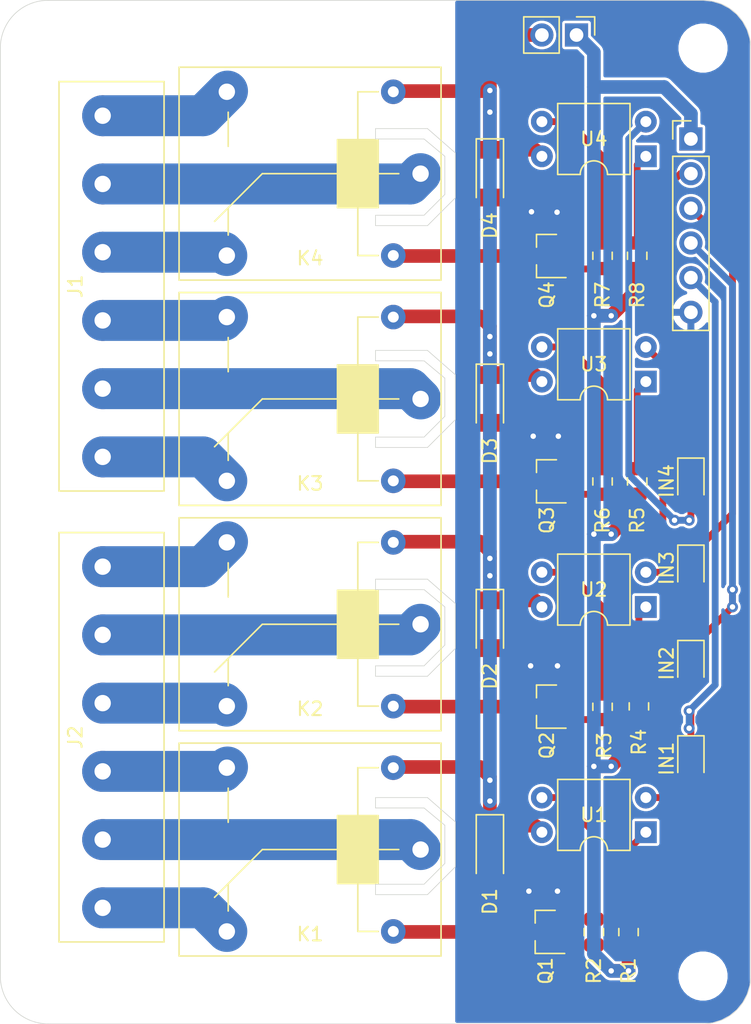
<source format=kicad_pcb>
(kicad_pcb (version 20171130) (host pcbnew 5.1.5-52549c5~84~ubuntu18.04.1)

  (general
    (thickness 1.6)
    (drawings 56)
    (tracks 213)
    (zones 0)
    (modules 36)
    (nets 40)
  )

  (page A4)
  (layers
    (0 F.Cu signal)
    (31 B.Cu signal)
    (32 B.Adhes user)
    (33 F.Adhes user)
    (34 B.Paste user)
    (35 F.Paste user)
    (36 B.SilkS user)
    (37 F.SilkS user)
    (38 B.Mask user)
    (39 F.Mask user)
    (40 Dwgs.User user)
    (41 Cmts.User user)
    (42 Eco1.User user)
    (43 Eco2.User user)
    (44 Edge.Cuts user)
    (45 Margin user)
    (46 B.CrtYd user)
    (47 F.CrtYd user)
    (48 B.Fab user)
    (49 F.Fab user)
  )

  (setup
    (last_trace_width 0.5)
    (trace_clearance 0.2)
    (zone_clearance 0)
    (zone_45_only no)
    (trace_min 0.2)
    (via_size 0.8)
    (via_drill 0.4)
    (via_min_size 0.4)
    (via_min_drill 0.3)
    (uvia_size 0.3)
    (uvia_drill 0.1)
    (uvias_allowed no)
    (uvia_min_size 0.2)
    (uvia_min_drill 0.1)
    (edge_width 0.05)
    (segment_width 0.2)
    (pcb_text_width 0.3)
    (pcb_text_size 1.5 1.5)
    (mod_edge_width 0.12)
    (mod_text_size 1 1)
    (mod_text_width 0.15)
    (pad_size 1.524 1.524)
    (pad_drill 0.762)
    (pad_to_mask_clearance 0.051)
    (solder_mask_min_width 0.25)
    (aux_axis_origin 0 0)
    (visible_elements FFFFFF7F)
    (pcbplotparams
      (layerselection 0x010fc_ffffffff)
      (usegerberextensions false)
      (usegerberattributes false)
      (usegerberadvancedattributes false)
      (creategerberjobfile false)
      (excludeedgelayer true)
      (linewidth 0.100000)
      (plotframeref false)
      (viasonmask false)
      (mode 1)
      (useauxorigin false)
      (hpglpennumber 1)
      (hpglpenspeed 20)
      (hpglpendiameter 15.000000)
      (psnegative false)
      (psa4output false)
      (plotreference true)
      (plotvalue true)
      (plotinvisibletext false)
      (padsonsilk false)
      (subtractmaskfromsilk false)
      (outputformat 1)
      (mirror false)
      (drillshape 1)
      (scaleselection 1)
      (outputdirectory ""))
  )

  (net 0 "")
  (net 1 "Net-(D1-Pad2)")
  (net 2 JD_VCC)
  (net 3 "Net-(D2-Pad2)")
  (net 4 /relay_1/IN)
  (net 5 "Net-(D3-Pad2)")
  (net 6 "Net-(D4-Pad2)")
  (net 7 /relay_2/IN)
  (net 8 /relay_3/IN)
  (net 9 /relay_4/IN)
  (net 10 /relay_2/OUT_2)
  (net 11 /relay_2/OUT_1)
  (net 12 /relay_2/OUT_3)
  (net 13 /relay_1/OUT_2)
  (net 14 /relay_1/OUT_1)
  (net 15 /relay_1/OUT_3)
  (net 16 /relay_4/OUT_2)
  (net 17 /relay_4/OUT_1)
  (net 18 /relay_4/OUT_3)
  (net 19 /relay_3/OUT_2)
  (net 20 /relay_3/OUT_1)
  (net 21 /relay_3/OUT_3)
  (net 22 VCC)
  (net 23 GND)
  (net 24 "Net-(Q1-Pad1)")
  (net 25 "Net-(Q2-Pad1)")
  (net 26 "Net-(Q3-Pad1)")
  (net 27 "Net-(Q4-Pad1)")
  (net 28 "Net-(R3-Pad1)")
  (net 29 "Net-(R4-Pad2)")
  (net 30 "Net-(R7-Pad1)")
  (net 31 "Net-(R8-Pad2)")
  (net 32 "Net-(IN1-Pad2)")
  (net 33 "Net-(IN2-Pad2)")
  (net 34 "Net-(IN3-Pad2)")
  (net 35 "Net-(IN4-Pad2)")
  (net 36 "Net-(R1-Pad2)")
  (net 37 "Net-(R2-Pad1)")
  (net 38 "Net-(R5-Pad2)")
  (net 39 "Net-(R6-Pad1)")

  (net_class Default "Это класс цепей по умолчанию."
    (clearance 0.2)
    (trace_width 0.5)
    (via_dia 0.8)
    (via_drill 0.4)
    (uvia_dia 0.3)
    (uvia_drill 0.1)
    (add_net /relay_1/IN)
    (add_net /relay_2/IN)
    (add_net /relay_3/IN)
    (add_net /relay_4/IN)
    (add_net "Net-(IN1-Pad2)")
    (add_net "Net-(IN2-Pad2)")
    (add_net "Net-(IN3-Pad2)")
    (add_net "Net-(IN4-Pad2)")
    (add_net "Net-(Q1-Pad1)")
    (add_net "Net-(Q2-Pad1)")
    (add_net "Net-(Q3-Pad1)")
    (add_net "Net-(Q4-Pad1)")
    (add_net "Net-(R1-Pad2)")
    (add_net "Net-(R2-Pad1)")
    (add_net "Net-(R3-Pad1)")
    (add_net "Net-(R4-Pad2)")
    (add_net "Net-(R5-Pad2)")
    (add_net "Net-(R6-Pad1)")
    (add_net "Net-(R7-Pad1)")
    (add_net "Net-(R8-Pad2)")
  )

  (net_class Out ""
    (clearance 0.2)
    (trace_width 3)
    (via_dia 3)
    (via_drill 1)
    (uvia_dia 0.3)
    (uvia_drill 0.1)
    (add_net /relay_1/OUT_1)
    (add_net /relay_1/OUT_2)
    (add_net /relay_1/OUT_3)
    (add_net /relay_2/OUT_1)
    (add_net /relay_2/OUT_2)
    (add_net /relay_2/OUT_3)
    (add_net /relay_3/OUT_1)
    (add_net /relay_3/OUT_2)
    (add_net /relay_3/OUT_3)
    (add_net /relay_4/OUT_1)
    (add_net /relay_4/OUT_2)
    (add_net /relay_4/OUT_3)
  )

  (net_class Power ""
    (clearance 0.2)
    (trace_width 1)
    (via_dia 1)
    (via_drill 0.4)
    (uvia_dia 0.3)
    (uvia_drill 0.1)
    (add_net GND)
    (add_net JD_VCC)
    (add_net "Net-(D1-Pad2)")
    (add_net "Net-(D2-Pad2)")
    (add_net "Net-(D3-Pad2)")
    (add_net "Net-(D4-Pad2)")
    (add_net VCC)
  )

  (module Relay_THT_U:SPDT_SRD_05VDC-SL-C (layer F.Cu) (tedit 5E12235B) (tstamp 5E1248D7)
    (at 106.2 76.2)
    (path /5E11E9F7/5E11EB3F)
    (fp_text reference K4 (at 0 6.2) (layer F.SilkS)
      (effects (font (size 1 1) (thickness 0.15)))
    )
    (fp_text value SRD-05VDC-SL-C (at 0 -10.16) (layer F.Fab)
      (effects (font (size 1 1) (thickness 0.15)))
    )
    (fp_line (start -3.5 0) (end -7 3.5) (layer F.SilkS) (width 0.12))
    (fp_line (start 6.5 0) (end -3.5 0) (layer F.SilkS) (width 0.12))
    (fp_line (start -6 -4.5) (end -6 -2) (layer F.SilkS) (width 0.12))
    (fp_line (start -6 4.5) (end -6 2.5) (layer F.SilkS) (width 0.12))
    (fp_line (start 3.5 6) (end 5 6) (layer F.SilkS) (width 0.12))
    (fp_line (start 3.5 2.5) (end 3.5 6) (layer F.SilkS) (width 0.12))
    (fp_line (start 3.5 -6) (end 5 -6) (layer F.SilkS) (width 0.12))
    (fp_line (start 3.5 -2.5) (end 3.5 -6) (layer F.SilkS) (width 0.12))
    (fp_poly (pts (xy 5 2.5) (xy 2 2.5) (xy 2 -2.5) (xy 5 -2.5)) (layer F.SilkS) (width 0.1))
    (fp_line (start 9.6 -7.8) (end -9.6 -7.8) (layer F.SilkS) (width 0.12))
    (fp_line (start 9.6 7.8) (end 9.6 -7.8) (layer F.SilkS) (width 0.12))
    (fp_line (start -9.6 7.8) (end 9.6 7.8) (layer F.SilkS) (width 0.12))
    (fp_line (start -9.6 -7.8) (end -9.6 7.8) (layer F.SilkS) (width 0.12))
    (pad 5 thru_hole circle (at 6.1 6) (size 1.8 1.8) (drill 0.8) (layers *.Cu *.Mask)
      (net 6 "Net-(D4-Pad2)"))
    (pad 4 thru_hole circle (at -6.1 6) (size 2.5 2.5) (drill 1.2) (layers *.Cu *.Mask)
      (net 16 /relay_4/OUT_2))
    (pad 3 thru_hole circle (at -6.1 -6) (size 2.5 2.5) (drill 1.2) (layers *.Cu *.Mask)
      (net 18 /relay_4/OUT_3))
    (pad 2 thru_hole circle (at 6.1 -6) (size 1.8 1.8) (drill 0.8) (layers *.Cu *.Mask)
      (net 2 JD_VCC))
    (pad 1 thru_hole circle (at 8.1 0) (size 2.5 2.5) (drill 1.2) (layers *.Cu *.Mask)
      (net 17 /relay_4/OUT_1))
    (model ${KIUSR3DMOD}/Relay_THT.3dshapes/SPDT-SRD-05VDC-SL-C.wrl
      (at (xyz 0 0 0))
      (scale (xyz 1 1 1))
      (rotate (xyz 0 0 0))
    )
  )

  (module Relay_THT_U:SPDT_SRD_05VDC-SL-C (layer F.Cu) (tedit 5E12235B) (tstamp 5E124900)
    (at 106.2 92.71)
    (path /5E12BE0D/5E11EB3F)
    (fp_text reference K3 (at 0 6.2) (layer F.SilkS)
      (effects (font (size 1 1) (thickness 0.15)))
    )
    (fp_text value SRD-05VDC-SL-C (at 0 -10.16) (layer F.Fab)
      (effects (font (size 1 1) (thickness 0.15)))
    )
    (fp_line (start -3.5 0) (end -7 3.5) (layer F.SilkS) (width 0.12))
    (fp_line (start 6.5 0) (end -3.5 0) (layer F.SilkS) (width 0.12))
    (fp_line (start -6 -4.5) (end -6 -2) (layer F.SilkS) (width 0.12))
    (fp_line (start -6 4.5) (end -6 2.5) (layer F.SilkS) (width 0.12))
    (fp_line (start 3.5 6) (end 5 6) (layer F.SilkS) (width 0.12))
    (fp_line (start 3.5 2.5) (end 3.5 6) (layer F.SilkS) (width 0.12))
    (fp_line (start 3.5 -6) (end 5 -6) (layer F.SilkS) (width 0.12))
    (fp_line (start 3.5 -2.5) (end 3.5 -6) (layer F.SilkS) (width 0.12))
    (fp_poly (pts (xy 5 2.5) (xy 2 2.5) (xy 2 -2.5) (xy 5 -2.5)) (layer F.SilkS) (width 0.1))
    (fp_line (start 9.6 -7.8) (end -9.6 -7.8) (layer F.SilkS) (width 0.12))
    (fp_line (start 9.6 7.8) (end 9.6 -7.8) (layer F.SilkS) (width 0.12))
    (fp_line (start -9.6 7.8) (end 9.6 7.8) (layer F.SilkS) (width 0.12))
    (fp_line (start -9.6 -7.8) (end -9.6 7.8) (layer F.SilkS) (width 0.12))
    (pad 5 thru_hole circle (at 6.1 6) (size 1.8 1.8) (drill 0.8) (layers *.Cu *.Mask)
      (net 5 "Net-(D3-Pad2)"))
    (pad 4 thru_hole circle (at -6.1 6) (size 2.5 2.5) (drill 1.2) (layers *.Cu *.Mask)
      (net 19 /relay_3/OUT_2))
    (pad 3 thru_hole circle (at -6.1 -6) (size 2.5 2.5) (drill 1.2) (layers *.Cu *.Mask)
      (net 21 /relay_3/OUT_3))
    (pad 2 thru_hole circle (at 6.1 -6) (size 1.8 1.8) (drill 0.8) (layers *.Cu *.Mask)
      (net 2 JD_VCC))
    (pad 1 thru_hole circle (at 8.1 0) (size 2.5 2.5) (drill 1.2) (layers *.Cu *.Mask)
      (net 20 /relay_3/OUT_1))
    (model ${KIUSR3DMOD}/Relay_THT.3dshapes/SPDT-SRD-05VDC-SL-C.wrl
      (at (xyz 0 0 0))
      (scale (xyz 1 1 1))
      (rotate (xyz 0 0 0))
    )
  )

  (module Relay_THT_U:SPDT_SRD_05VDC-SL-C (layer F.Cu) (tedit 5E12235B) (tstamp 5E124929)
    (at 106.2 109.22)
    (path /5E12BF92/5E11EB3F)
    (fp_text reference K2 (at 0 6.2) (layer F.SilkS)
      (effects (font (size 1 1) (thickness 0.15)))
    )
    (fp_text value SRD-05VDC-SL-C (at 0 -10.16) (layer F.Fab)
      (effects (font (size 1 1) (thickness 0.15)))
    )
    (fp_line (start -3.5 0) (end -7 3.5) (layer F.SilkS) (width 0.12))
    (fp_line (start 6.5 0) (end -3.5 0) (layer F.SilkS) (width 0.12))
    (fp_line (start -6 -4.5) (end -6 -2) (layer F.SilkS) (width 0.12))
    (fp_line (start -6 4.5) (end -6 2.5) (layer F.SilkS) (width 0.12))
    (fp_line (start 3.5 6) (end 5 6) (layer F.SilkS) (width 0.12))
    (fp_line (start 3.5 2.5) (end 3.5 6) (layer F.SilkS) (width 0.12))
    (fp_line (start 3.5 -6) (end 5 -6) (layer F.SilkS) (width 0.12))
    (fp_line (start 3.5 -2.5) (end 3.5 -6) (layer F.SilkS) (width 0.12))
    (fp_poly (pts (xy 5 2.5) (xy 2 2.5) (xy 2 -2.5) (xy 5 -2.5)) (layer F.SilkS) (width 0.1))
    (fp_line (start 9.6 -7.8) (end -9.6 -7.8) (layer F.SilkS) (width 0.12))
    (fp_line (start 9.6 7.8) (end 9.6 -7.8) (layer F.SilkS) (width 0.12))
    (fp_line (start -9.6 7.8) (end 9.6 7.8) (layer F.SilkS) (width 0.12))
    (fp_line (start -9.6 -7.8) (end -9.6 7.8) (layer F.SilkS) (width 0.12))
    (pad 5 thru_hole circle (at 6.1 6) (size 1.8 1.8) (drill 0.8) (layers *.Cu *.Mask)
      (net 3 "Net-(D2-Pad2)"))
    (pad 4 thru_hole circle (at -6.1 6) (size 2.5 2.5) (drill 1.2) (layers *.Cu *.Mask)
      (net 10 /relay_2/OUT_2))
    (pad 3 thru_hole circle (at -6.1 -6) (size 2.5 2.5) (drill 1.2) (layers *.Cu *.Mask)
      (net 12 /relay_2/OUT_3))
    (pad 2 thru_hole circle (at 6.1 -6) (size 1.8 1.8) (drill 0.8) (layers *.Cu *.Mask)
      (net 2 JD_VCC))
    (pad 1 thru_hole circle (at 8.1 0) (size 2.5 2.5) (drill 1.2) (layers *.Cu *.Mask)
      (net 11 /relay_2/OUT_1))
    (model ${KIUSR3DMOD}/Relay_THT.3dshapes/SPDT-SRD-05VDC-SL-C.wrl
      (at (xyz 0 0 0))
      (scale (xyz 1 1 1))
      (rotate (xyz 0 0 0))
    )
  )

  (module Relay_THT_U:SPDT_SRD_05VDC-SL-C (layer F.Cu) (tedit 5E12235B) (tstamp 5E124952)
    (at 106.2 125.73)
    (path /5E12C1A7/5E11EB3F)
    (fp_text reference K1 (at 0 6.2) (layer F.SilkS)
      (effects (font (size 1 1) (thickness 0.15)))
    )
    (fp_text value SRD-05VDC-SL-C (at 0 -10.16) (layer F.Fab)
      (effects (font (size 1 1) (thickness 0.15)))
    )
    (fp_line (start -3.5 0) (end -7 3.5) (layer F.SilkS) (width 0.12))
    (fp_line (start 6.5 0) (end -3.5 0) (layer F.SilkS) (width 0.12))
    (fp_line (start -6 -4.5) (end -6 -2) (layer F.SilkS) (width 0.12))
    (fp_line (start -6 4.5) (end -6 2.5) (layer F.SilkS) (width 0.12))
    (fp_line (start 3.5 6) (end 5 6) (layer F.SilkS) (width 0.12))
    (fp_line (start 3.5 2.5) (end 3.5 6) (layer F.SilkS) (width 0.12))
    (fp_line (start 3.5 -6) (end 5 -6) (layer F.SilkS) (width 0.12))
    (fp_line (start 3.5 -2.5) (end 3.5 -6) (layer F.SilkS) (width 0.12))
    (fp_poly (pts (xy 5 2.5) (xy 2 2.5) (xy 2 -2.5) (xy 5 -2.5)) (layer F.SilkS) (width 0.1))
    (fp_line (start 9.6 -7.8) (end -9.6 -7.8) (layer F.SilkS) (width 0.12))
    (fp_line (start 9.6 7.8) (end 9.6 -7.8) (layer F.SilkS) (width 0.12))
    (fp_line (start -9.6 7.8) (end 9.6 7.8) (layer F.SilkS) (width 0.12))
    (fp_line (start -9.6 -7.8) (end -9.6 7.8) (layer F.SilkS) (width 0.12))
    (pad 5 thru_hole circle (at 6.1 6) (size 1.8 1.8) (drill 0.8) (layers *.Cu *.Mask)
      (net 1 "Net-(D1-Pad2)"))
    (pad 4 thru_hole circle (at -6.1 6) (size 2.5 2.5) (drill 1.2) (layers *.Cu *.Mask)
      (net 13 /relay_1/OUT_2))
    (pad 3 thru_hole circle (at -6.1 -6) (size 2.5 2.5) (drill 1.2) (layers *.Cu *.Mask)
      (net 15 /relay_1/OUT_3))
    (pad 2 thru_hole circle (at 6.1 -6) (size 1.8 1.8) (drill 0.8) (layers *.Cu *.Mask)
      (net 2 JD_VCC))
    (pad 1 thru_hole circle (at 8.1 0) (size 2.5 2.5) (drill 1.2) (layers *.Cu *.Mask)
      (net 14 /relay_1/OUT_1))
    (model ${KIUSR3DMOD}/Relay_THT.3dshapes/SPDT-SRD-05VDC-SL-C.wrl
      (at (xyz 0 0 0))
      (scale (xyz 1 1 1))
      (rotate (xyz 0 0 0))
    )
  )

  (module MountingHole:MountingHole_3.2mm_M3 (layer F.Cu) (tedit 56D1B4CB) (tstamp 5E1290ED)
    (at 135 135)
    (descr "Mounting Hole 3.2mm, no annular, M3")
    (tags "mounting hole 3.2mm no annular m3")
    (path /5E1772CB)
    (attr virtual)
    (fp_text reference H4 (at 0 0) (layer F.SilkS) hide
      (effects (font (size 1 1) (thickness 0.15)))
    )
    (fp_text value MountingHole (at 0 4.2) (layer F.Fab) hide
      (effects (font (size 1 1) (thickness 0.15)))
    )
    (fp_circle (center 0 0) (end 3.45 0) (layer F.CrtYd) (width 0.05))
    (fp_circle (center 0 0) (end 3.2 0) (layer Cmts.User) (width 0.15))
    (fp_text user %R (at 0.3 0) (layer F.Fab)
      (effects (font (size 1 1) (thickness 0.15)))
    )
    (pad 1 np_thru_hole circle (at 0 0) (size 3.2 3.2) (drill 3.2) (layers *.Cu *.Mask))
  )

  (module MountingHole:MountingHole_3.2mm_M3 (layer F.Cu) (tedit 56D1B4CB) (tstamp 5E1290E5)
    (at 135 67)
    (descr "Mounting Hole 3.2mm, no annular, M3")
    (tags "mounting hole 3.2mm no annular m3")
    (path /5E17791F)
    (attr virtual)
    (fp_text reference H3 (at 0 0) (layer F.SilkS) hide
      (effects (font (size 1 1) (thickness 0.15)))
    )
    (fp_text value MountingHole (at 0 4.2) (layer F.Fab) hide
      (effects (font (size 1 1) (thickness 0.15)))
    )
    (fp_circle (center 0 0) (end 3.45 0) (layer F.CrtYd) (width 0.05))
    (fp_circle (center 0 0) (end 3.2 0) (layer Cmts.User) (width 0.15))
    (fp_text user %R (at 0.3 0) (layer F.Fab)
      (effects (font (size 1 1) (thickness 0.15)))
    )
    (pad 1 np_thru_hole circle (at 0 0) (size 3.2 3.2) (drill 3.2) (layers *.Cu *.Mask))
  )

  (module MountingHole:MountingHole_3.2mm_M3 (layer F.Cu) (tedit 56D1B4CB) (tstamp 5E129633)
    (at 87 135)
    (descr "Mounting Hole 3.2mm, no annular, M3")
    (tags "mounting hole 3.2mm no annular m3")
    (path /5E176E40)
    (attr virtual)
    (fp_text reference H2 (at 0 0) (layer F.SilkS) hide
      (effects (font (size 1 1) (thickness 0.15)))
    )
    (fp_text value MountingHole (at 0 4.2) (layer F.Fab) hide
      (effects (font (size 1 1) (thickness 0.15)))
    )
    (fp_circle (center 0 0) (end 3.45 0) (layer F.CrtYd) (width 0.05))
    (fp_circle (center 0 0) (end 3.2 0) (layer Cmts.User) (width 0.15))
    (fp_text user %R (at 0.3 0) (layer F.Fab)
      (effects (font (size 1 1) (thickness 0.15)))
    )
    (pad 1 np_thru_hole circle (at 0 0) (size 3.2 3.2) (drill 3.2) (layers *.Cu *.Mask))
  )

  (module MountingHole:MountingHole_3.2mm_M3 (layer F.Cu) (tedit 56D1B4CB) (tstamp 5E12960E)
    (at 87 67)
    (descr "Mounting Hole 3.2mm, no annular, M3")
    (tags "mounting hole 3.2mm no annular m3")
    (path /5E17749F)
    (attr virtual)
    (fp_text reference H1 (at 0 0) (layer F.SilkS) hide
      (effects (font (size 1 1) (thickness 0.15)))
    )
    (fp_text value MountingHole (at 0 4.2) (layer F.Fab) hide
      (effects (font (size 1 1) (thickness 0.15)))
    )
    (fp_circle (center 0 0) (end 3.45 0) (layer F.CrtYd) (width 0.05))
    (fp_circle (center 0 0) (end 3.2 0) (layer Cmts.User) (width 0.15))
    (fp_text user %R (at 0.3 0) (layer F.Fab)
      (effects (font (size 1 1) (thickness 0.15)))
    )
    (pad 1 np_thru_hole circle (at 0 0) (size 3.2 3.2) (drill 3.2) (layers *.Cu *.Mask))
  )

  (module Package_TO_SOT_SMD:SOT-23 (layer F.Cu) (tedit 5A02FF57) (tstamp 5E127B59)
    (at 123.555 82.235 180)
    (descr "SOT-23, Standard")
    (tags SOT-23)
    (path /5E11E9F7/5E169D39)
    (attr smd)
    (fp_text reference Q4 (at 0 -2.855 90) (layer F.SilkS)
      (effects (font (size 1 1) (thickness 0.15)))
    )
    (fp_text value Q_NPN_BEC (at 0 2.5) (layer F.Fab) hide
      (effects (font (size 1 1) (thickness 0.15)))
    )
    (fp_line (start 0.76 1.58) (end -0.7 1.58) (layer F.SilkS) (width 0.12))
    (fp_line (start 0.76 -1.58) (end -1.4 -1.58) (layer F.SilkS) (width 0.12))
    (fp_line (start -1.7 1.75) (end -1.7 -1.75) (layer F.CrtYd) (width 0.05))
    (fp_line (start 1.7 1.75) (end -1.7 1.75) (layer F.CrtYd) (width 0.05))
    (fp_line (start 1.7 -1.75) (end 1.7 1.75) (layer F.CrtYd) (width 0.05))
    (fp_line (start -1.7 -1.75) (end 1.7 -1.75) (layer F.CrtYd) (width 0.05))
    (fp_line (start 0.76 -1.58) (end 0.76 -0.65) (layer F.SilkS) (width 0.12))
    (fp_line (start 0.76 1.58) (end 0.76 0.65) (layer F.SilkS) (width 0.12))
    (fp_line (start -0.7 1.52) (end 0.7 1.52) (layer F.Fab) (width 0.1))
    (fp_line (start 0.7 -1.52) (end 0.7 1.52) (layer F.Fab) (width 0.1))
    (fp_line (start -0.7 -0.95) (end -0.15 -1.52) (layer F.Fab) (width 0.1))
    (fp_line (start -0.15 -1.52) (end 0.7 -1.52) (layer F.Fab) (width 0.1))
    (fp_line (start -0.7 -0.95) (end -0.7 1.5) (layer F.Fab) (width 0.1))
    (fp_text user %R (at 0 0 90) (layer F.Fab)
      (effects (font (size 0.5 0.5) (thickness 0.075)))
    )
    (pad 3 smd rect (at 1 0 180) (size 0.9 0.8) (layers F.Cu F.Paste F.Mask)
      (net 6 "Net-(D4-Pad2)"))
    (pad 2 smd rect (at -1 0.95 180) (size 0.9 0.8) (layers F.Cu F.Paste F.Mask)
      (net 23 GND))
    (pad 1 smd rect (at -1 -0.95 180) (size 0.9 0.8) (layers F.Cu F.Paste F.Mask)
      (net 27 "Net-(Q4-Pad1)"))
    (model ${KISYS3DMOD}/Package_TO_SOT_SMD.3dshapes/SOT-23.wrl
      (at (xyz 0 0 0))
      (scale (xyz 1 1 1))
      (rotate (xyz 0 0 0))
    )
  )

  (module Package_TO_SOT_SMD:SOT-23 (layer F.Cu) (tedit 5A02FF57) (tstamp 5E127912)
    (at 123.555 98.745 180)
    (descr "SOT-23, Standard")
    (tags SOT-23)
    (path /5E12BE0D/5E169D39)
    (attr smd)
    (fp_text reference Q3 (at 0 -2.855 90) (layer F.SilkS)
      (effects (font (size 1 1) (thickness 0.15)))
    )
    (fp_text value Q_NPN_BEC (at 0 2.5) (layer F.Fab) hide
      (effects (font (size 1 1) (thickness 0.15)))
    )
    (fp_line (start 0.76 1.58) (end -0.7 1.58) (layer F.SilkS) (width 0.12))
    (fp_line (start 0.76 -1.58) (end -1.4 -1.58) (layer F.SilkS) (width 0.12))
    (fp_line (start -1.7 1.75) (end -1.7 -1.75) (layer F.CrtYd) (width 0.05))
    (fp_line (start 1.7 1.75) (end -1.7 1.75) (layer F.CrtYd) (width 0.05))
    (fp_line (start 1.7 -1.75) (end 1.7 1.75) (layer F.CrtYd) (width 0.05))
    (fp_line (start -1.7 -1.75) (end 1.7 -1.75) (layer F.CrtYd) (width 0.05))
    (fp_line (start 0.76 -1.58) (end 0.76 -0.65) (layer F.SilkS) (width 0.12))
    (fp_line (start 0.76 1.58) (end 0.76 0.65) (layer F.SilkS) (width 0.12))
    (fp_line (start -0.7 1.52) (end 0.7 1.52) (layer F.Fab) (width 0.1))
    (fp_line (start 0.7 -1.52) (end 0.7 1.52) (layer F.Fab) (width 0.1))
    (fp_line (start -0.7 -0.95) (end -0.15 -1.52) (layer F.Fab) (width 0.1))
    (fp_line (start -0.15 -1.52) (end 0.7 -1.52) (layer F.Fab) (width 0.1))
    (fp_line (start -0.7 -0.95) (end -0.7 1.5) (layer F.Fab) (width 0.1))
    (fp_text user %R (at 0 0 90) (layer F.Fab)
      (effects (font (size 0.5 0.5) (thickness 0.075)))
    )
    (pad 3 smd rect (at 1 0 180) (size 0.9 0.8) (layers F.Cu F.Paste F.Mask)
      (net 5 "Net-(D3-Pad2)"))
    (pad 2 smd rect (at -1 0.95 180) (size 0.9 0.8) (layers F.Cu F.Paste F.Mask)
      (net 23 GND))
    (pad 1 smd rect (at -1 -0.95 180) (size 0.9 0.8) (layers F.Cu F.Paste F.Mask)
      (net 26 "Net-(Q3-Pad1)"))
    (model ${KISYS3DMOD}/Package_TO_SOT_SMD.3dshapes/SOT-23.wrl
      (at (xyz 0 0 0))
      (scale (xyz 1 1 1))
      (rotate (xyz 0 0 0))
    )
  )

  (module Package_TO_SOT_SMD:SOT-23 (layer F.Cu) (tedit 5A02FF57) (tstamp 5E1278FD)
    (at 123.555 115.255 180)
    (descr "SOT-23, Standard")
    (tags SOT-23)
    (path /5E12BF92/5E169D39)
    (attr smd)
    (fp_text reference Q2 (at 0 -2.855 90) (layer F.SilkS)
      (effects (font (size 1 1) (thickness 0.15)))
    )
    (fp_text value Q_NPN_BEC (at 0 2.5) (layer F.Fab) hide
      (effects (font (size 1 1) (thickness 0.15)))
    )
    (fp_line (start 0.76 1.58) (end -0.7 1.58) (layer F.SilkS) (width 0.12))
    (fp_line (start 0.76 -1.58) (end -1.4 -1.58) (layer F.SilkS) (width 0.12))
    (fp_line (start -1.7 1.75) (end -1.7 -1.75) (layer F.CrtYd) (width 0.05))
    (fp_line (start 1.7 1.75) (end -1.7 1.75) (layer F.CrtYd) (width 0.05))
    (fp_line (start 1.7 -1.75) (end 1.7 1.75) (layer F.CrtYd) (width 0.05))
    (fp_line (start -1.7 -1.75) (end 1.7 -1.75) (layer F.CrtYd) (width 0.05))
    (fp_line (start 0.76 -1.58) (end 0.76 -0.65) (layer F.SilkS) (width 0.12))
    (fp_line (start 0.76 1.58) (end 0.76 0.65) (layer F.SilkS) (width 0.12))
    (fp_line (start -0.7 1.52) (end 0.7 1.52) (layer F.Fab) (width 0.1))
    (fp_line (start 0.7 -1.52) (end 0.7 1.52) (layer F.Fab) (width 0.1))
    (fp_line (start -0.7 -0.95) (end -0.15 -1.52) (layer F.Fab) (width 0.1))
    (fp_line (start -0.15 -1.52) (end 0.7 -1.52) (layer F.Fab) (width 0.1))
    (fp_line (start -0.7 -0.95) (end -0.7 1.5) (layer F.Fab) (width 0.1))
    (fp_text user %R (at 0 0 90) (layer F.Fab)
      (effects (font (size 0.5 0.5) (thickness 0.075)))
    )
    (pad 3 smd rect (at 1 0 180) (size 0.9 0.8) (layers F.Cu F.Paste F.Mask)
      (net 3 "Net-(D2-Pad2)"))
    (pad 2 smd rect (at -1 0.95 180) (size 0.9 0.8) (layers F.Cu F.Paste F.Mask)
      (net 23 GND))
    (pad 1 smd rect (at -1 -0.95 180) (size 0.9 0.8) (layers F.Cu F.Paste F.Mask)
      (net 25 "Net-(Q2-Pad1)"))
    (model ${KISYS3DMOD}/Package_TO_SOT_SMD.3dshapes/SOT-23.wrl
      (at (xyz 0 0 0))
      (scale (xyz 1 1 1))
      (rotate (xyz 0 0 0))
    )
  )

  (module Package_TO_SOT_SMD:SOT-23 (layer F.Cu) (tedit 5A02FF57) (tstamp 5E1278E8)
    (at 123.46 131.765 180)
    (descr "SOT-23, Standard")
    (tags SOT-23)
    (path /5E12C1A7/5E169D39)
    (attr smd)
    (fp_text reference Q1 (at 0 -2.855 90) (layer F.SilkS)
      (effects (font (size 1 1) (thickness 0.15)))
    )
    (fp_text value Q_NPN_BEC (at 0 2.5) (layer F.Fab) hide
      (effects (font (size 1 1) (thickness 0.15)))
    )
    (fp_line (start 0.76 1.58) (end -0.7 1.58) (layer F.SilkS) (width 0.12))
    (fp_line (start 0.76 -1.58) (end -1.4 -1.58) (layer F.SilkS) (width 0.12))
    (fp_line (start -1.7 1.75) (end -1.7 -1.75) (layer F.CrtYd) (width 0.05))
    (fp_line (start 1.7 1.75) (end -1.7 1.75) (layer F.CrtYd) (width 0.05))
    (fp_line (start 1.7 -1.75) (end 1.7 1.75) (layer F.CrtYd) (width 0.05))
    (fp_line (start -1.7 -1.75) (end 1.7 -1.75) (layer F.CrtYd) (width 0.05))
    (fp_line (start 0.76 -1.58) (end 0.76 -0.65) (layer F.SilkS) (width 0.12))
    (fp_line (start 0.76 1.58) (end 0.76 0.65) (layer F.SilkS) (width 0.12))
    (fp_line (start -0.7 1.52) (end 0.7 1.52) (layer F.Fab) (width 0.1))
    (fp_line (start 0.7 -1.52) (end 0.7 1.52) (layer F.Fab) (width 0.1))
    (fp_line (start -0.7 -0.95) (end -0.15 -1.52) (layer F.Fab) (width 0.1))
    (fp_line (start -0.15 -1.52) (end 0.7 -1.52) (layer F.Fab) (width 0.1))
    (fp_line (start -0.7 -0.95) (end -0.7 1.5) (layer F.Fab) (width 0.1))
    (fp_text user %R (at 0 0 90) (layer F.Fab)
      (effects (font (size 0.5 0.5) (thickness 0.075)))
    )
    (pad 3 smd rect (at 1 0 180) (size 0.9 0.8) (layers F.Cu F.Paste F.Mask)
      (net 1 "Net-(D1-Pad2)"))
    (pad 2 smd rect (at -1 0.95 180) (size 0.9 0.8) (layers F.Cu F.Paste F.Mask)
      (net 23 GND))
    (pad 1 smd rect (at -1 -0.95 180) (size 0.9 0.8) (layers F.Cu F.Paste F.Mask)
      (net 24 "Net-(Q1-Pad1)"))
    (model ${KISYS3DMOD}/Package_TO_SOT_SMD.3dshapes/SOT-23.wrl
      (at (xyz 0 0 0))
      (scale (xyz 1 1 1))
      (rotate (xyz 0 0 0))
    )
  )

  (module Package_DIP:DIP-4_W7.62mm (layer F.Cu) (tedit 5A02E8C5) (tstamp 5E124A8E)
    (at 130.81 124.46 180)
    (descr "4-lead though-hole mounted DIP package, row spacing 7.62 mm (300 mils)")
    (tags "THT DIP DIL PDIP 2.54mm 7.62mm 300mil")
    (path /5E12C1A7/5E123276)
    (fp_text reference U1 (at 3.81 1.27) (layer F.SilkS)
      (effects (font (size 1 1) (thickness 0.15)))
    )
    (fp_text value 817C (at 3.81 4.87) (layer F.Fab) hide
      (effects (font (size 1 1) (thickness 0.15)))
    )
    (fp_text user %R (at 3.81 2.54) (layer F.Fab) hide
      (effects (font (size 1 1) (thickness 0.15)))
    )
    (fp_line (start 8.7 -1.55) (end -1.1 -1.55) (layer F.CrtYd) (width 0.05))
    (fp_line (start 8.7 4.1) (end 8.7 -1.55) (layer F.CrtYd) (width 0.05))
    (fp_line (start -1.1 4.1) (end 8.7 4.1) (layer F.CrtYd) (width 0.05))
    (fp_line (start -1.1 -1.55) (end -1.1 4.1) (layer F.CrtYd) (width 0.05))
    (fp_line (start 6.46 -1.33) (end 4.81 -1.33) (layer F.SilkS) (width 0.12))
    (fp_line (start 6.46 3.87) (end 6.46 -1.33) (layer F.SilkS) (width 0.12))
    (fp_line (start 1.16 3.87) (end 6.46 3.87) (layer F.SilkS) (width 0.12))
    (fp_line (start 1.16 -1.33) (end 1.16 3.87) (layer F.SilkS) (width 0.12))
    (fp_line (start 2.81 -1.33) (end 1.16 -1.33) (layer F.SilkS) (width 0.12))
    (fp_line (start 0.635 -0.27) (end 1.635 -1.27) (layer F.Fab) (width 0.1))
    (fp_line (start 0.635 3.81) (end 0.635 -0.27) (layer F.Fab) (width 0.1))
    (fp_line (start 6.985 3.81) (end 0.635 3.81) (layer F.Fab) (width 0.1))
    (fp_line (start 6.985 -1.27) (end 6.985 3.81) (layer F.Fab) (width 0.1))
    (fp_line (start 1.635 -1.27) (end 6.985 -1.27) (layer F.Fab) (width 0.1))
    (fp_arc (start 3.81 -1.33) (end 2.81 -1.33) (angle -180) (layer F.SilkS) (width 0.12))
    (pad 4 thru_hole oval (at 7.62 0 180) (size 1.6 1.6) (drill 0.8) (layers *.Cu *.Mask)
      (net 2 JD_VCC))
    (pad 2 thru_hole oval (at 0 2.54 180) (size 1.6 1.6) (drill 0.8) (layers *.Cu *.Mask)
      (net 32 "Net-(IN1-Pad2)"))
    (pad 3 thru_hole oval (at 7.62 2.54 180) (size 1.6 1.6) (drill 0.8) (layers *.Cu *.Mask)
      (net 37 "Net-(R2-Pad1)"))
    (pad 1 thru_hole rect (at 0 0 180) (size 1.6 1.6) (drill 0.8) (layers *.Cu *.Mask)
      (net 36 "Net-(R1-Pad2)"))
    (model ${KISYS3DMOD}/Package_DIP.3dshapes/DIP-4_W7.62mm.wrl
      (at (xyz 0 0 0))
      (scale (xyz 1 1 1))
      (rotate (xyz 0 0 0))
    )
  )

  (module Package_DIP:DIP-4_W7.62mm (layer F.Cu) (tedit 5A02E8C5) (tstamp 5E124A76)
    (at 130.81 107.95 180)
    (descr "4-lead though-hole mounted DIP package, row spacing 7.62 mm (300 mils)")
    (tags "THT DIP DIL PDIP 2.54mm 7.62mm 300mil")
    (path /5E12BF92/5E123276)
    (fp_text reference U2 (at 3.81 1.27) (layer F.SilkS)
      (effects (font (size 1 1) (thickness 0.15)))
    )
    (fp_text value 817C (at 3.81 4.87) (layer F.Fab) hide
      (effects (font (size 1 1) (thickness 0.15)))
    )
    (fp_text user %R (at 3.81 1.27) (layer F.Fab)
      (effects (font (size 1 1) (thickness 0.15)))
    )
    (fp_line (start 8.7 -1.55) (end -1.1 -1.55) (layer F.CrtYd) (width 0.05))
    (fp_line (start 8.7 4.1) (end 8.7 -1.55) (layer F.CrtYd) (width 0.05))
    (fp_line (start -1.1 4.1) (end 8.7 4.1) (layer F.CrtYd) (width 0.05))
    (fp_line (start -1.1 -1.55) (end -1.1 4.1) (layer F.CrtYd) (width 0.05))
    (fp_line (start 6.46 -1.33) (end 4.81 -1.33) (layer F.SilkS) (width 0.12))
    (fp_line (start 6.46 3.87) (end 6.46 -1.33) (layer F.SilkS) (width 0.12))
    (fp_line (start 1.16 3.87) (end 6.46 3.87) (layer F.SilkS) (width 0.12))
    (fp_line (start 1.16 -1.33) (end 1.16 3.87) (layer F.SilkS) (width 0.12))
    (fp_line (start 2.81 -1.33) (end 1.16 -1.33) (layer F.SilkS) (width 0.12))
    (fp_line (start 0.635 -0.27) (end 1.635 -1.27) (layer F.Fab) (width 0.1))
    (fp_line (start 0.635 3.81) (end 0.635 -0.27) (layer F.Fab) (width 0.1))
    (fp_line (start 6.985 3.81) (end 0.635 3.81) (layer F.Fab) (width 0.1))
    (fp_line (start 6.985 -1.27) (end 6.985 3.81) (layer F.Fab) (width 0.1))
    (fp_line (start 1.635 -1.27) (end 6.985 -1.27) (layer F.Fab) (width 0.1))
    (fp_arc (start 3.81 -1.33) (end 2.81 -1.33) (angle -180) (layer F.SilkS) (width 0.12))
    (pad 4 thru_hole oval (at 7.62 0 180) (size 1.6 1.6) (drill 0.8) (layers *.Cu *.Mask)
      (net 2 JD_VCC))
    (pad 2 thru_hole oval (at 0 2.54 180) (size 1.6 1.6) (drill 0.8) (layers *.Cu *.Mask)
      (net 33 "Net-(IN2-Pad2)"))
    (pad 3 thru_hole oval (at 7.62 2.54 180) (size 1.6 1.6) (drill 0.8) (layers *.Cu *.Mask)
      (net 28 "Net-(R3-Pad1)"))
    (pad 1 thru_hole rect (at 0 0 180) (size 1.6 1.6) (drill 0.8) (layers *.Cu *.Mask)
      (net 29 "Net-(R4-Pad2)"))
    (model ${KISYS3DMOD}/Package_DIP.3dshapes/DIP-4_W7.62mm.wrl
      (at (xyz 0 0 0))
      (scale (xyz 1 1 1))
      (rotate (xyz 0 0 0))
    )
  )

  (module Package_DIP:DIP-4_W7.62mm (layer F.Cu) (tedit 5A02E8C5) (tstamp 5E124A5E)
    (at 130.81 91.44 180)
    (descr "4-lead though-hole mounted DIP package, row spacing 7.62 mm (300 mils)")
    (tags "THT DIP DIL PDIP 2.54mm 7.62mm 300mil")
    (path /5E12BE0D/5E123276)
    (fp_text reference U3 (at 3.81 1.27) (layer F.SilkS)
      (effects (font (size 1 1) (thickness 0.15)))
    )
    (fp_text value 817C (at 3.81 4.87) (layer F.Fab) hide
      (effects (font (size 1 1) (thickness 0.15)))
    )
    (fp_text user %R (at 3.81 1.27) (layer F.Fab)
      (effects (font (size 1 1) (thickness 0.15)))
    )
    (fp_line (start 8.7 -1.55) (end -1.1 -1.55) (layer F.CrtYd) (width 0.05))
    (fp_line (start 8.7 4.1) (end 8.7 -1.55) (layer F.CrtYd) (width 0.05))
    (fp_line (start -1.1 4.1) (end 8.7 4.1) (layer F.CrtYd) (width 0.05))
    (fp_line (start -1.1 -1.55) (end -1.1 4.1) (layer F.CrtYd) (width 0.05))
    (fp_line (start 6.46 -1.33) (end 4.81 -1.33) (layer F.SilkS) (width 0.12))
    (fp_line (start 6.46 3.87) (end 6.46 -1.33) (layer F.SilkS) (width 0.12))
    (fp_line (start 1.16 3.87) (end 6.46 3.87) (layer F.SilkS) (width 0.12))
    (fp_line (start 1.16 -1.33) (end 1.16 3.87) (layer F.SilkS) (width 0.12))
    (fp_line (start 2.81 -1.33) (end 1.16 -1.33) (layer F.SilkS) (width 0.12))
    (fp_line (start 0.635 -0.27) (end 1.635 -1.27) (layer F.Fab) (width 0.1))
    (fp_line (start 0.635 3.81) (end 0.635 -0.27) (layer F.Fab) (width 0.1))
    (fp_line (start 6.985 3.81) (end 0.635 3.81) (layer F.Fab) (width 0.1))
    (fp_line (start 6.985 -1.27) (end 6.985 3.81) (layer F.Fab) (width 0.1))
    (fp_line (start 1.635 -1.27) (end 6.985 -1.27) (layer F.Fab) (width 0.1))
    (fp_arc (start 3.81 -1.33) (end 2.81 -1.33) (angle -180) (layer F.SilkS) (width 0.12))
    (pad 4 thru_hole oval (at 7.62 0 180) (size 1.6 1.6) (drill 0.8) (layers *.Cu *.Mask)
      (net 2 JD_VCC))
    (pad 2 thru_hole oval (at 0 2.54 180) (size 1.6 1.6) (drill 0.8) (layers *.Cu *.Mask)
      (net 34 "Net-(IN3-Pad2)"))
    (pad 3 thru_hole oval (at 7.62 2.54 180) (size 1.6 1.6) (drill 0.8) (layers *.Cu *.Mask)
      (net 39 "Net-(R6-Pad1)"))
    (pad 1 thru_hole rect (at 0 0 180) (size 1.6 1.6) (drill 0.8) (layers *.Cu *.Mask)
      (net 38 "Net-(R5-Pad2)"))
    (model ${KISYS3DMOD}/Package_DIP.3dshapes/DIP-4_W7.62mm.wrl
      (at (xyz 0 0 0))
      (scale (xyz 1 1 1))
      (rotate (xyz 0 0 0))
    )
  )

  (module Package_DIP:DIP-4_W7.62mm (layer F.Cu) (tedit 5A02E8C5) (tstamp 5E12B31F)
    (at 130.81 74.93 180)
    (descr "4-lead though-hole mounted DIP package, row spacing 7.62 mm (300 mils)")
    (tags "THT DIP DIL PDIP 2.54mm 7.62mm 300mil")
    (path /5E11E9F7/5E123276)
    (fp_text reference U4 (at 3.81 1.27) (layer F.SilkS)
      (effects (font (size 1 1) (thickness 0.15)))
    )
    (fp_text value 817C (at 3.81 4.87) (layer F.Fab) hide
      (effects (font (size 1 1) (thickness 0.15)))
    )
    (fp_text user %R (at 3.81 1.27) (layer F.Fab)
      (effects (font (size 1 1) (thickness 0.15)))
    )
    (fp_line (start 8.7 -1.55) (end -1.1 -1.55) (layer F.CrtYd) (width 0.05))
    (fp_line (start 8.7 4.1) (end 8.7 -1.55) (layer F.CrtYd) (width 0.05))
    (fp_line (start -1.1 4.1) (end 8.7 4.1) (layer F.CrtYd) (width 0.05))
    (fp_line (start -1.1 -1.55) (end -1.1 4.1) (layer F.CrtYd) (width 0.05))
    (fp_line (start 6.46 -1.33) (end 4.81 -1.33) (layer F.SilkS) (width 0.12))
    (fp_line (start 6.46 3.87) (end 6.46 -1.33) (layer F.SilkS) (width 0.12))
    (fp_line (start 1.16 3.87) (end 6.46 3.87) (layer F.SilkS) (width 0.12))
    (fp_line (start 1.16 -1.33) (end 1.16 3.87) (layer F.SilkS) (width 0.12))
    (fp_line (start 2.81 -1.33) (end 1.16 -1.33) (layer F.SilkS) (width 0.12))
    (fp_line (start 0.635 -0.27) (end 1.635 -1.27) (layer F.Fab) (width 0.1))
    (fp_line (start 0.635 3.81) (end 0.635 -0.27) (layer F.Fab) (width 0.1))
    (fp_line (start 6.985 3.81) (end 0.635 3.81) (layer F.Fab) (width 0.1))
    (fp_line (start 6.985 -1.27) (end 6.985 3.81) (layer F.Fab) (width 0.1))
    (fp_line (start 1.635 -1.27) (end 6.985 -1.27) (layer F.Fab) (width 0.1))
    (fp_arc (start 3.81 -1.33) (end 2.81 -1.33) (angle -180) (layer F.SilkS) (width 0.12))
    (pad 4 thru_hole oval (at 7.62 0 180) (size 1.6 1.6) (drill 0.8) (layers *.Cu *.Mask)
      (net 2 JD_VCC))
    (pad 2 thru_hole oval (at 0 2.54 180) (size 1.6 1.6) (drill 0.8) (layers *.Cu *.Mask)
      (net 35 "Net-(IN4-Pad2)"))
    (pad 3 thru_hole oval (at 7.62 2.54 180) (size 1.6 1.6) (drill 0.8) (layers *.Cu *.Mask)
      (net 30 "Net-(R7-Pad1)"))
    (pad 1 thru_hole rect (at 0 0 180) (size 1.6 1.6) (drill 0.8) (layers *.Cu *.Mask)
      (net 31 "Net-(R8-Pad2)"))
    (model ${KISYS3DMOD}/Package_DIP.3dshapes/DIP-4_W7.62mm.wrl
      (at (xyz 0 0 0))
      (scale (xyz 1 1 1))
      (rotate (xyz 0 0 0))
    )
  )

  (module Resistor_SMD:R_0805_2012Metric (layer F.Cu) (tedit 5B36C52B) (tstamp 5E124A2E)
    (at 129.54 131.7775 90)
    (descr "Resistor SMD 0805 (2012 Metric), square (rectangular) end terminal, IPC_7351 nominal, (Body size source: https://docs.google.com/spreadsheets/d/1BsfQQcO9C6DZCsRaXUlFlo91Tg2WpOkGARC1WS5S8t0/edit?usp=sharing), generated with kicad-footprint-generator")
    (tags resistor)
    (path /5E12C1A7/5E126419)
    (attr smd)
    (fp_text reference R1 (at -2.8425 0 90) (layer F.SilkS)
      (effects (font (size 1 1) (thickness 0.15)))
    )
    (fp_text value 1k (at 0 1.65 90) (layer F.Fab) hide
      (effects (font (size 1 1) (thickness 0.15)))
    )
    (fp_text user %R (at 0 0 90) (layer F.Fab)
      (effects (font (size 0.5 0.5) (thickness 0.08)))
    )
    (fp_line (start 1.68 0.95) (end -1.68 0.95) (layer F.CrtYd) (width 0.05))
    (fp_line (start 1.68 -0.95) (end 1.68 0.95) (layer F.CrtYd) (width 0.05))
    (fp_line (start -1.68 -0.95) (end 1.68 -0.95) (layer F.CrtYd) (width 0.05))
    (fp_line (start -1.68 0.95) (end -1.68 -0.95) (layer F.CrtYd) (width 0.05))
    (fp_line (start -0.258578 0.71) (end 0.258578 0.71) (layer F.SilkS) (width 0.12))
    (fp_line (start -0.258578 -0.71) (end 0.258578 -0.71) (layer F.SilkS) (width 0.12))
    (fp_line (start 1 0.6) (end -1 0.6) (layer F.Fab) (width 0.1))
    (fp_line (start 1 -0.6) (end 1 0.6) (layer F.Fab) (width 0.1))
    (fp_line (start -1 -0.6) (end 1 -0.6) (layer F.Fab) (width 0.1))
    (fp_line (start -1 0.6) (end -1 -0.6) (layer F.Fab) (width 0.1))
    (pad 2 smd roundrect (at 0.9375 0 90) (size 0.975 1.4) (layers F.Cu F.Paste F.Mask) (roundrect_rratio 0.25)
      (net 36 "Net-(R1-Pad2)"))
    (pad 1 smd roundrect (at -0.9375 0 90) (size 0.975 1.4) (layers F.Cu F.Paste F.Mask) (roundrect_rratio 0.25)
      (net 22 VCC))
    (model ${KISYS3DMOD}/Resistor_SMD.3dshapes/R_0805_2012Metric.wrl
      (at (xyz 0 0 0))
      (scale (xyz 1 1 1))
      (rotate (xyz 0 0 0))
    )
  )

  (module Resistor_SMD:R_0805_2012Metric (layer F.Cu) (tedit 5B36C52B) (tstamp 5E124A1D)
    (at 127 131.7775 270)
    (descr "Resistor SMD 0805 (2012 Metric), square (rectangular) end terminal, IPC_7351 nominal, (Body size source: https://docs.google.com/spreadsheets/d/1BsfQQcO9C6DZCsRaXUlFlo91Tg2WpOkGARC1WS5S8t0/edit?usp=sharing), generated with kicad-footprint-generator")
    (tags resistor)
    (path /5E12C1A7/5E122B77)
    (attr smd)
    (fp_text reference R2 (at 2.8425 0 90) (layer F.SilkS)
      (effects (font (size 1 1) (thickness 0.15)))
    )
    (fp_text value 510 (at 0 1.65 90) (layer F.Fab) hide
      (effects (font (size 1 1) (thickness 0.15)))
    )
    (fp_text user %R (at 0 0 90) (layer F.Fab)
      (effects (font (size 0.5 0.5) (thickness 0.08)))
    )
    (fp_line (start 1.68 0.95) (end -1.68 0.95) (layer F.CrtYd) (width 0.05))
    (fp_line (start 1.68 -0.95) (end 1.68 0.95) (layer F.CrtYd) (width 0.05))
    (fp_line (start -1.68 -0.95) (end 1.68 -0.95) (layer F.CrtYd) (width 0.05))
    (fp_line (start -1.68 0.95) (end -1.68 -0.95) (layer F.CrtYd) (width 0.05))
    (fp_line (start -0.258578 0.71) (end 0.258578 0.71) (layer F.SilkS) (width 0.12))
    (fp_line (start -0.258578 -0.71) (end 0.258578 -0.71) (layer F.SilkS) (width 0.12))
    (fp_line (start 1 0.6) (end -1 0.6) (layer F.Fab) (width 0.1))
    (fp_line (start 1 -0.6) (end 1 0.6) (layer F.Fab) (width 0.1))
    (fp_line (start -1 -0.6) (end 1 -0.6) (layer F.Fab) (width 0.1))
    (fp_line (start -1 0.6) (end -1 -0.6) (layer F.Fab) (width 0.1))
    (pad 2 smd roundrect (at 0.9375 0 270) (size 0.975 1.4) (layers F.Cu F.Paste F.Mask) (roundrect_rratio 0.25)
      (net 24 "Net-(Q1-Pad1)"))
    (pad 1 smd roundrect (at -0.9375 0 270) (size 0.975 1.4) (layers F.Cu F.Paste F.Mask) (roundrect_rratio 0.25)
      (net 37 "Net-(R2-Pad1)"))
    (model ${KISYS3DMOD}/Resistor_SMD.3dshapes/R_0805_2012Metric.wrl
      (at (xyz 0 0 0))
      (scale (xyz 1 1 1))
      (rotate (xyz 0 0 0))
    )
  )

  (module Resistor_SMD:R_0805_2012Metric (layer F.Cu) (tedit 5B36C52B) (tstamp 5E124A0C)
    (at 130.302 115.2375 90)
    (descr "Resistor SMD 0805 (2012 Metric), square (rectangular) end terminal, IPC_7351 nominal, (Body size source: https://docs.google.com/spreadsheets/d/1BsfQQcO9C6DZCsRaXUlFlo91Tg2WpOkGARC1WS5S8t0/edit?usp=sharing), generated with kicad-footprint-generator")
    (tags resistor)
    (path /5E12BF92/5E126419)
    (attr smd)
    (fp_text reference R4 (at -2.6185 0 90) (layer F.SilkS)
      (effects (font (size 1 1) (thickness 0.15)))
    )
    (fp_text value 1k (at 0 1.65 90) (layer F.Fab) hide
      (effects (font (size 1 1) (thickness 0.15)))
    )
    (fp_text user %R (at 0 0 90) (layer F.Fab)
      (effects (font (size 0.5 0.5) (thickness 0.08)))
    )
    (fp_line (start 1.68 0.95) (end -1.68 0.95) (layer F.CrtYd) (width 0.05))
    (fp_line (start 1.68 -0.95) (end 1.68 0.95) (layer F.CrtYd) (width 0.05))
    (fp_line (start -1.68 -0.95) (end 1.68 -0.95) (layer F.CrtYd) (width 0.05))
    (fp_line (start -1.68 0.95) (end -1.68 -0.95) (layer F.CrtYd) (width 0.05))
    (fp_line (start -0.258578 0.71) (end 0.258578 0.71) (layer F.SilkS) (width 0.12))
    (fp_line (start -0.258578 -0.71) (end 0.258578 -0.71) (layer F.SilkS) (width 0.12))
    (fp_line (start 1 0.6) (end -1 0.6) (layer F.Fab) (width 0.1))
    (fp_line (start 1 -0.6) (end 1 0.6) (layer F.Fab) (width 0.1))
    (fp_line (start -1 -0.6) (end 1 -0.6) (layer F.Fab) (width 0.1))
    (fp_line (start -1 0.6) (end -1 -0.6) (layer F.Fab) (width 0.1))
    (pad 2 smd roundrect (at 0.9375 0 90) (size 0.975 1.4) (layers F.Cu F.Paste F.Mask) (roundrect_rratio 0.25)
      (net 29 "Net-(R4-Pad2)"))
    (pad 1 smd roundrect (at -0.9375 0 90) (size 0.975 1.4) (layers F.Cu F.Paste F.Mask) (roundrect_rratio 0.25)
      (net 22 VCC))
    (model ${KISYS3DMOD}/Resistor_SMD.3dshapes/R_0805_2012Metric.wrl
      (at (xyz 0 0 0))
      (scale (xyz 1 1 1))
      (rotate (xyz 0 0 0))
    )
  )

  (module Resistor_SMD:R_0805_2012Metric (layer F.Cu) (tedit 5B36C52B) (tstamp 5E1249FB)
    (at 127.635 115.2675 270)
    (descr "Resistor SMD 0805 (2012 Metric), square (rectangular) end terminal, IPC_7351 nominal, (Body size source: https://docs.google.com/spreadsheets/d/1BsfQQcO9C6DZCsRaXUlFlo91Tg2WpOkGARC1WS5S8t0/edit?usp=sharing), generated with kicad-footprint-generator")
    (tags resistor)
    (path /5E12BF92/5E122B77)
    (attr smd)
    (fp_text reference R3 (at 2.8425 -0.127 90) (layer F.SilkS)
      (effects (font (size 1 1) (thickness 0.15)))
    )
    (fp_text value 510 (at 0 1.65 90) (layer F.Fab) hide
      (effects (font (size 1 1) (thickness 0.15)))
    )
    (fp_text user %R (at 0 0 90) (layer F.Fab)
      (effects (font (size 0.5 0.5) (thickness 0.08)))
    )
    (fp_line (start 1.68 0.95) (end -1.68 0.95) (layer F.CrtYd) (width 0.05))
    (fp_line (start 1.68 -0.95) (end 1.68 0.95) (layer F.CrtYd) (width 0.05))
    (fp_line (start -1.68 -0.95) (end 1.68 -0.95) (layer F.CrtYd) (width 0.05))
    (fp_line (start -1.68 0.95) (end -1.68 -0.95) (layer F.CrtYd) (width 0.05))
    (fp_line (start -0.258578 0.71) (end 0.258578 0.71) (layer F.SilkS) (width 0.12))
    (fp_line (start -0.258578 -0.71) (end 0.258578 -0.71) (layer F.SilkS) (width 0.12))
    (fp_line (start 1 0.6) (end -1 0.6) (layer F.Fab) (width 0.1))
    (fp_line (start 1 -0.6) (end 1 0.6) (layer F.Fab) (width 0.1))
    (fp_line (start -1 -0.6) (end 1 -0.6) (layer F.Fab) (width 0.1))
    (fp_line (start -1 0.6) (end -1 -0.6) (layer F.Fab) (width 0.1))
    (pad 2 smd roundrect (at 0.9375 0 270) (size 0.975 1.4) (layers F.Cu F.Paste F.Mask) (roundrect_rratio 0.25)
      (net 25 "Net-(Q2-Pad1)"))
    (pad 1 smd roundrect (at -0.9375 0 270) (size 0.975 1.4) (layers F.Cu F.Paste F.Mask) (roundrect_rratio 0.25)
      (net 28 "Net-(R3-Pad1)"))
    (model ${KISYS3DMOD}/Resistor_SMD.3dshapes/R_0805_2012Metric.wrl
      (at (xyz 0 0 0))
      (scale (xyz 1 1 1))
      (rotate (xyz 0 0 0))
    )
  )

  (module Resistor_SMD:R_0805_2012Metric (layer F.Cu) (tedit 5B36C52B) (tstamp 5E1249EA)
    (at 130.175 98.7575 90)
    (descr "Resistor SMD 0805 (2012 Metric), square (rectangular) end terminal, IPC_7351 nominal, (Body size source: https://docs.google.com/spreadsheets/d/1BsfQQcO9C6DZCsRaXUlFlo91Tg2WpOkGARC1WS5S8t0/edit?usp=sharing), generated with kicad-footprint-generator")
    (tags resistor)
    (path /5E12BE0D/5E126419)
    (attr smd)
    (fp_text reference R5 (at -2.8425 0 90) (layer F.SilkS)
      (effects (font (size 1 1) (thickness 0.15)))
    )
    (fp_text value 1k (at 0 1.65 90) (layer F.Fab) hide
      (effects (font (size 1 1) (thickness 0.15)))
    )
    (fp_text user %R (at 0 0 90) (layer F.Fab)
      (effects (font (size 0.5 0.5) (thickness 0.08)))
    )
    (fp_line (start 1.68 0.95) (end -1.68 0.95) (layer F.CrtYd) (width 0.05))
    (fp_line (start 1.68 -0.95) (end 1.68 0.95) (layer F.CrtYd) (width 0.05))
    (fp_line (start -1.68 -0.95) (end 1.68 -0.95) (layer F.CrtYd) (width 0.05))
    (fp_line (start -1.68 0.95) (end -1.68 -0.95) (layer F.CrtYd) (width 0.05))
    (fp_line (start -0.258578 0.71) (end 0.258578 0.71) (layer F.SilkS) (width 0.12))
    (fp_line (start -0.258578 -0.71) (end 0.258578 -0.71) (layer F.SilkS) (width 0.12))
    (fp_line (start 1 0.6) (end -1 0.6) (layer F.Fab) (width 0.1))
    (fp_line (start 1 -0.6) (end 1 0.6) (layer F.Fab) (width 0.1))
    (fp_line (start -1 -0.6) (end 1 -0.6) (layer F.Fab) (width 0.1))
    (fp_line (start -1 0.6) (end -1 -0.6) (layer F.Fab) (width 0.1))
    (pad 2 smd roundrect (at 0.9375 0 90) (size 0.975 1.4) (layers F.Cu F.Paste F.Mask) (roundrect_rratio 0.25)
      (net 38 "Net-(R5-Pad2)"))
    (pad 1 smd roundrect (at -0.9375 0 90) (size 0.975 1.4) (layers F.Cu F.Paste F.Mask) (roundrect_rratio 0.25)
      (net 22 VCC))
    (model ${KISYS3DMOD}/Resistor_SMD.3dshapes/R_0805_2012Metric.wrl
      (at (xyz 0 0 0))
      (scale (xyz 1 1 1))
      (rotate (xyz 0 0 0))
    )
  )

  (module Resistor_SMD:R_0805_2012Metric (layer F.Cu) (tedit 5B36C52B) (tstamp 5E1249D9)
    (at 127.635 98.7575 270)
    (descr "Resistor SMD 0805 (2012 Metric), square (rectangular) end terminal, IPC_7351 nominal, (Body size source: https://docs.google.com/spreadsheets/d/1BsfQQcO9C6DZCsRaXUlFlo91Tg2WpOkGARC1WS5S8t0/edit?usp=sharing), generated with kicad-footprint-generator")
    (tags resistor)
    (path /5E12BE0D/5E122B77)
    (attr smd)
    (fp_text reference R6 (at 2.8425 0 90) (layer F.SilkS)
      (effects (font (size 1 1) (thickness 0.15)))
    )
    (fp_text value 510 (at 0 1.65 90) (layer F.Fab) hide
      (effects (font (size 1 1) (thickness 0.15)))
    )
    (fp_text user %R (at 0 0 90) (layer F.Fab)
      (effects (font (size 0.5 0.5) (thickness 0.08)))
    )
    (fp_line (start 1.68 0.95) (end -1.68 0.95) (layer F.CrtYd) (width 0.05))
    (fp_line (start 1.68 -0.95) (end 1.68 0.95) (layer F.CrtYd) (width 0.05))
    (fp_line (start -1.68 -0.95) (end 1.68 -0.95) (layer F.CrtYd) (width 0.05))
    (fp_line (start -1.68 0.95) (end -1.68 -0.95) (layer F.CrtYd) (width 0.05))
    (fp_line (start -0.258578 0.71) (end 0.258578 0.71) (layer F.SilkS) (width 0.12))
    (fp_line (start -0.258578 -0.71) (end 0.258578 -0.71) (layer F.SilkS) (width 0.12))
    (fp_line (start 1 0.6) (end -1 0.6) (layer F.Fab) (width 0.1))
    (fp_line (start 1 -0.6) (end 1 0.6) (layer F.Fab) (width 0.1))
    (fp_line (start -1 -0.6) (end 1 -0.6) (layer F.Fab) (width 0.1))
    (fp_line (start -1 0.6) (end -1 -0.6) (layer F.Fab) (width 0.1))
    (pad 2 smd roundrect (at 0.9375 0 270) (size 0.975 1.4) (layers F.Cu F.Paste F.Mask) (roundrect_rratio 0.25)
      (net 26 "Net-(Q3-Pad1)"))
    (pad 1 smd roundrect (at -0.9375 0 270) (size 0.975 1.4) (layers F.Cu F.Paste F.Mask) (roundrect_rratio 0.25)
      (net 39 "Net-(R6-Pad1)"))
    (model ${KISYS3DMOD}/Resistor_SMD.3dshapes/R_0805_2012Metric.wrl
      (at (xyz 0 0 0))
      (scale (xyz 1 1 1))
      (rotate (xyz 0 0 0))
    )
  )

  (module Resistor_SMD:R_0805_2012Metric (layer F.Cu) (tedit 5B36C52B) (tstamp 5E1249C8)
    (at 130.175 82.2175 90)
    (descr "Resistor SMD 0805 (2012 Metric), square (rectangular) end terminal, IPC_7351 nominal, (Body size source: https://docs.google.com/spreadsheets/d/1BsfQQcO9C6DZCsRaXUlFlo91Tg2WpOkGARC1WS5S8t0/edit?usp=sharing), generated with kicad-footprint-generator")
    (tags resistor)
    (path /5E11E9F7/5E126419)
    (attr smd)
    (fp_text reference R8 (at -2.8725 0 90) (layer F.SilkS)
      (effects (font (size 1 1) (thickness 0.15)))
    )
    (fp_text value 1k (at 0 1.65 90) (layer F.Fab) hide
      (effects (font (size 1 1) (thickness 0.15)))
    )
    (fp_text user %R (at 0 0 90) (layer F.Fab)
      (effects (font (size 0.5 0.5) (thickness 0.08)))
    )
    (fp_line (start 1.68 0.95) (end -1.68 0.95) (layer F.CrtYd) (width 0.05))
    (fp_line (start 1.68 -0.95) (end 1.68 0.95) (layer F.CrtYd) (width 0.05))
    (fp_line (start -1.68 -0.95) (end 1.68 -0.95) (layer F.CrtYd) (width 0.05))
    (fp_line (start -1.68 0.95) (end -1.68 -0.95) (layer F.CrtYd) (width 0.05))
    (fp_line (start -0.258578 0.71) (end 0.258578 0.71) (layer F.SilkS) (width 0.12))
    (fp_line (start -0.258578 -0.71) (end 0.258578 -0.71) (layer F.SilkS) (width 0.12))
    (fp_line (start 1 0.6) (end -1 0.6) (layer F.Fab) (width 0.1))
    (fp_line (start 1 -0.6) (end 1 0.6) (layer F.Fab) (width 0.1))
    (fp_line (start -1 -0.6) (end 1 -0.6) (layer F.Fab) (width 0.1))
    (fp_line (start -1 0.6) (end -1 -0.6) (layer F.Fab) (width 0.1))
    (pad 2 smd roundrect (at 0.9375 0 90) (size 0.975 1.4) (layers F.Cu F.Paste F.Mask) (roundrect_rratio 0.25)
      (net 31 "Net-(R8-Pad2)"))
    (pad 1 smd roundrect (at -0.9375 0 90) (size 0.975 1.4) (layers F.Cu F.Paste F.Mask) (roundrect_rratio 0.25)
      (net 22 VCC))
    (model ${KISYS3DMOD}/Resistor_SMD.3dshapes/R_0805_2012Metric.wrl
      (at (xyz 0 0 0))
      (scale (xyz 1 1 1))
      (rotate (xyz 0 0 0))
    )
  )

  (module Resistor_SMD:R_0805_2012Metric (layer F.Cu) (tedit 5B36C52B) (tstamp 5E127FDD)
    (at 127.635 82.2175 270)
    (descr "Resistor SMD 0805 (2012 Metric), square (rectangular) end terminal, IPC_7351 nominal, (Body size source: https://docs.google.com/spreadsheets/d/1BsfQQcO9C6DZCsRaXUlFlo91Tg2WpOkGARC1WS5S8t0/edit?usp=sharing), generated with kicad-footprint-generator")
    (tags resistor)
    (path /5E11E9F7/5E122B77)
    (attr smd)
    (fp_text reference R7 (at 2.8725 0 90) (layer F.SilkS)
      (effects (font (size 1 1) (thickness 0.15)))
    )
    (fp_text value 510 (at 0 1.65 90) (layer F.Fab) hide
      (effects (font (size 1 1) (thickness 0.15)))
    )
    (fp_text user %R (at 0 0 90) (layer F.Fab)
      (effects (font (size 0.5 0.5) (thickness 0.08)))
    )
    (fp_line (start 1.68 0.95) (end -1.68 0.95) (layer F.CrtYd) (width 0.05))
    (fp_line (start 1.68 -0.95) (end 1.68 0.95) (layer F.CrtYd) (width 0.05))
    (fp_line (start -1.68 -0.95) (end 1.68 -0.95) (layer F.CrtYd) (width 0.05))
    (fp_line (start -1.68 0.95) (end -1.68 -0.95) (layer F.CrtYd) (width 0.05))
    (fp_line (start -0.258578 0.71) (end 0.258578 0.71) (layer F.SilkS) (width 0.12))
    (fp_line (start -0.258578 -0.71) (end 0.258578 -0.71) (layer F.SilkS) (width 0.12))
    (fp_line (start 1 0.6) (end -1 0.6) (layer F.Fab) (width 0.1))
    (fp_line (start 1 -0.6) (end 1 0.6) (layer F.Fab) (width 0.1))
    (fp_line (start -1 -0.6) (end 1 -0.6) (layer F.Fab) (width 0.1))
    (fp_line (start -1 0.6) (end -1 -0.6) (layer F.Fab) (width 0.1))
    (pad 2 smd roundrect (at 0.9375 0 270) (size 0.975 1.4) (layers F.Cu F.Paste F.Mask) (roundrect_rratio 0.25)
      (net 27 "Net-(Q4-Pad1)"))
    (pad 1 smd roundrect (at -0.9375 0 270) (size 0.975 1.4) (layers F.Cu F.Paste F.Mask) (roundrect_rratio 0.25)
      (net 30 "Net-(R7-Pad1)"))
    (model ${KISYS3DMOD}/Resistor_SMD.3dshapes/R_0805_2012Metric.wrl
      (at (xyz 0 0 0))
      (scale (xyz 1 1 1))
      (rotate (xyz 0 0 0))
    )
  )

  (module Connector_PinHeader_2.54mm:PinHeader_1x06_P2.54mm_Vertical (layer F.Cu) (tedit 59FED5CC) (tstamp 5E1248AE)
    (at 134.112 73.66)
    (descr "Through hole straight pin header, 1x06, 2.54mm pitch, single row")
    (tags "Through hole pin header THT 1x06 2.54mm single row")
    (path /5E132EED)
    (fp_text reference J4 (at 0 -2.33) (layer F.SilkS) hide
      (effects (font (size 1 1) (thickness 0.15)))
    )
    (fp_text value Conn_01x06 (at 0 15.03) (layer F.Fab) hide
      (effects (font (size 1 1) (thickness 0.15)))
    )
    (fp_text user %R (at 0 6.35 90) (layer F.Fab) hide
      (effects (font (size 1 1) (thickness 0.15)))
    )
    (fp_line (start 1.8 -1.8) (end -1.8 -1.8) (layer F.CrtYd) (width 0.05))
    (fp_line (start 1.8 14.5) (end 1.8 -1.8) (layer F.CrtYd) (width 0.05))
    (fp_line (start -1.8 14.5) (end 1.8 14.5) (layer F.CrtYd) (width 0.05))
    (fp_line (start -1.8 -1.8) (end -1.8 14.5) (layer F.CrtYd) (width 0.05))
    (fp_line (start -1.33 -1.33) (end 0 -1.33) (layer F.SilkS) (width 0.12))
    (fp_line (start -1.33 0) (end -1.33 -1.33) (layer F.SilkS) (width 0.12))
    (fp_line (start -1.33 1.27) (end 1.33 1.27) (layer F.SilkS) (width 0.12))
    (fp_line (start 1.33 1.27) (end 1.33 14.03) (layer F.SilkS) (width 0.12))
    (fp_line (start -1.33 1.27) (end -1.33 14.03) (layer F.SilkS) (width 0.12))
    (fp_line (start -1.33 14.03) (end 1.33 14.03) (layer F.SilkS) (width 0.12))
    (fp_line (start -1.27 -0.635) (end -0.635 -1.27) (layer F.Fab) (width 0.1))
    (fp_line (start -1.27 13.97) (end -1.27 -0.635) (layer F.Fab) (width 0.1))
    (fp_line (start 1.27 13.97) (end -1.27 13.97) (layer F.Fab) (width 0.1))
    (fp_line (start 1.27 -1.27) (end 1.27 13.97) (layer F.Fab) (width 0.1))
    (fp_line (start -0.635 -1.27) (end 1.27 -1.27) (layer F.Fab) (width 0.1))
    (pad 6 thru_hole oval (at 0 12.7) (size 1.7 1.7) (drill 1) (layers *.Cu *.Mask)
      (net 23 GND))
    (pad 5 thru_hole oval (at 0 10.16) (size 1.7 1.7) (drill 1) (layers *.Cu *.Mask)
      (net 4 /relay_1/IN))
    (pad 4 thru_hole oval (at 0 7.62) (size 1.7 1.7) (drill 1) (layers *.Cu *.Mask)
      (net 7 /relay_2/IN))
    (pad 3 thru_hole oval (at 0 5.08) (size 1.7 1.7) (drill 1) (layers *.Cu *.Mask)
      (net 8 /relay_3/IN))
    (pad 2 thru_hole oval (at 0 2.54) (size 1.7 1.7) (drill 1) (layers *.Cu *.Mask)
      (net 9 /relay_4/IN))
    (pad 1 thru_hole rect (at 0 0) (size 1.7 1.7) (drill 1) (layers *.Cu *.Mask)
      (net 22 VCC))
    (model ${KISYS3DMOD}/Connector_PinHeader_2.54mm.3dshapes/PinHeader_1x06_P2.54mm_Vertical.wrl
      (at (xyz 0 0 0))
      (scale (xyz 1 1 1))
      (rotate (xyz 0 0 0))
    )
  )

  (module Connector_PinHeader_2.54mm:PinHeader_1x02_P2.54mm_Vertical (layer F.Cu) (tedit 59FED5CC) (tstamp 5E12AA6A)
    (at 125.73 66.04 270)
    (descr "Through hole straight pin header, 1x02, 2.54mm pitch, single row")
    (tags "Through hole pin header THT 1x02 2.54mm single row")
    (path /5E14EFEE)
    (fp_text reference J3 (at 0 -2.33 90) (layer F.SilkS) hide
      (effects (font (size 1 1) (thickness 0.15)))
    )
    (fp_text value Conn_01x02 (at 0 4.87 90) (layer F.Fab) hide
      (effects (font (size 1 1) (thickness 0.15)))
    )
    (fp_text user %R (at 0 1.27) (layer F.Fab) hide
      (effects (font (size 1 1) (thickness 0.15)))
    )
    (fp_line (start 1.8 -1.8) (end -1.8 -1.8) (layer F.CrtYd) (width 0.05))
    (fp_line (start 1.8 4.35) (end 1.8 -1.8) (layer F.CrtYd) (width 0.05))
    (fp_line (start -1.8 4.35) (end 1.8 4.35) (layer F.CrtYd) (width 0.05))
    (fp_line (start -1.8 -1.8) (end -1.8 4.35) (layer F.CrtYd) (width 0.05))
    (fp_line (start -1.33 -1.33) (end 0 -1.33) (layer F.SilkS) (width 0.12))
    (fp_line (start -1.33 0) (end -1.33 -1.33) (layer F.SilkS) (width 0.12))
    (fp_line (start -1.33 1.27) (end 1.33 1.27) (layer F.SilkS) (width 0.12))
    (fp_line (start 1.33 1.27) (end 1.33 3.87) (layer F.SilkS) (width 0.12))
    (fp_line (start -1.33 1.27) (end -1.33 3.87) (layer F.SilkS) (width 0.12))
    (fp_line (start -1.33 3.87) (end 1.33 3.87) (layer F.SilkS) (width 0.12))
    (fp_line (start -1.27 -0.635) (end -0.635 -1.27) (layer F.Fab) (width 0.1))
    (fp_line (start -1.27 3.81) (end -1.27 -0.635) (layer F.Fab) (width 0.1))
    (fp_line (start 1.27 3.81) (end -1.27 3.81) (layer F.Fab) (width 0.1))
    (fp_line (start 1.27 -1.27) (end 1.27 3.81) (layer F.Fab) (width 0.1))
    (fp_line (start -0.635 -1.27) (end 1.27 -1.27) (layer F.Fab) (width 0.1))
    (pad 2 thru_hole oval (at 0 2.54 270) (size 1.7 1.7) (drill 1) (layers *.Cu *.Mask)
      (net 2 JD_VCC))
    (pad 1 thru_hole rect (at 0 0 270) (size 1.7 1.7) (drill 1) (layers *.Cu *.Mask)
      (net 22 VCC))
    (model ${KISYS3DMOD}/Connector_PinHeader_2.54mm.3dshapes/PinHeader_1x02_P2.54mm_Vertical.wrl
      (at (xyz 0 0 0))
      (scale (xyz 1 1 1))
      (rotate (xyz 0 0 0))
    )
  )

  (module Connector_KF:KF301_5.0_6 (layer F.Cu) (tedit 5E12151C) (tstamp 5E124DB7)
    (at 91 117.5 270)
    (path /5E12D843)
    (fp_text reference J2 (at 0 2 90) (layer F.SilkS)
      (effects (font (size 1 1) (thickness 0.15)))
    )
    (fp_text value Conn_01x06 (at 0 -3 90) (layer F.Fab) hide
      (effects (font (size 1 1) (thickness 0.15)))
    )
    (fp_line (start -15 3.2) (end -15 -4.5) (layer F.SilkS) (width 0.12))
    (fp_line (start 15 3.2) (end -15 3.2) (layer F.SilkS) (width 0.12))
    (fp_line (start 15 -4.5) (end 15 3.2) (layer F.SilkS) (width 0.12))
    (fp_line (start -15 -4.5) (end 15 -4.5) (layer F.SilkS) (width 0.12))
    (pad 6 thru_hole circle (at 12.5 0 270) (size 3 3) (drill 1.2) (layers *.Cu *.Mask)
      (net 13 /relay_1/OUT_2))
    (pad 5 thru_hole circle (at 7.5 0 270) (size 3 3) (drill 1.2) (layers *.Cu *.Mask)
      (net 14 /relay_1/OUT_1))
    (pad 4 thru_hole circle (at 2.5 0 270) (size 3 3) (drill 1.2) (layers *.Cu *.Mask)
      (net 15 /relay_1/OUT_3))
    (pad 3 thru_hole circle (at -2.5 0 270) (size 3 3) (drill 1.2) (layers *.Cu *.Mask)
      (net 10 /relay_2/OUT_2))
    (pad 2 thru_hole circle (at -7.5 0 270) (size 3 3) (drill 1.2) (layers *.Cu *.Mask)
      (net 11 /relay_2/OUT_1))
    (pad 1 thru_hole circle (at -12.5 0 270) (size 3 3) (drill 1.2) (layers *.Cu *.Mask)
      (net 12 /relay_2/OUT_3))
    (model ${KIUSR3DMOD}/Connector_KF.3dshapes/KF301_5.0_6.wrl
      (at (xyz 0 0 0))
      (scale (xyz 1 1 1))
      (rotate (xyz 0 0 0))
    )
  )

  (module Connector_KF:KF301_5.0_6 (layer F.Cu) (tedit 5E12151C) (tstamp 5E124870)
    (at 91 84.455 270)
    (path /5E12C66C)
    (fp_text reference J1 (at 0 2 90) (layer F.SilkS)
      (effects (font (size 1 1) (thickness 0.15)))
    )
    (fp_text value Conn_01x06 (at 0 -3 90) (layer F.Fab) hide
      (effects (font (size 1 1) (thickness 0.15)))
    )
    (fp_line (start -15 3.2) (end -15 -4.5) (layer F.SilkS) (width 0.12))
    (fp_line (start 15 3.2) (end -15 3.2) (layer F.SilkS) (width 0.12))
    (fp_line (start 15 -4.5) (end 15 3.2) (layer F.SilkS) (width 0.12))
    (fp_line (start -15 -4.5) (end 15 -4.5) (layer F.SilkS) (width 0.12))
    (pad 6 thru_hole circle (at 12.5 0 270) (size 3 3) (drill 1.2) (layers *.Cu *.Mask)
      (net 19 /relay_3/OUT_2))
    (pad 5 thru_hole circle (at 7.5 0 270) (size 3 3) (drill 1.2) (layers *.Cu *.Mask)
      (net 20 /relay_3/OUT_1))
    (pad 4 thru_hole circle (at 2.5 0 270) (size 3 3) (drill 1.2) (layers *.Cu *.Mask)
      (net 21 /relay_3/OUT_3))
    (pad 3 thru_hole circle (at -2.5 0 270) (size 3 3) (drill 1.2) (layers *.Cu *.Mask)
      (net 16 /relay_4/OUT_2))
    (pad 2 thru_hole circle (at -7.5 0 270) (size 3 3) (drill 1.2) (layers *.Cu *.Mask)
      (net 17 /relay_4/OUT_1))
    (pad 1 thru_hole circle (at -12.5 0 270) (size 3 3) (drill 1.2) (layers *.Cu *.Mask)
      (net 18 /relay_4/OUT_3))
    (model ${KIUSR3DMOD}/Connector_KF.3dshapes/KF301_5.0_6.wrl
      (at (xyz 0 0 0))
      (scale (xyz 1 1 1))
      (rotate (xyz 0 0 0))
    )
  )

  (module LED_SMD:LED_0805_2012Metric (layer F.Cu) (tedit 5B36C52C) (tstamp 5E12875F)
    (at 134.112 119.0775 270)
    (descr "LED SMD 0805 (2012 Metric), square (rectangular) end terminal, IPC_7351 nominal, (Body size source: https://docs.google.com/spreadsheets/d/1BsfQQcO9C6DZCsRaXUlFlo91Tg2WpOkGARC1WS5S8t0/edit?usp=sharing), generated with kicad-footprint-generator")
    (tags diode)
    (path /5E12C1A7/5E1257B1)
    (attr smd)
    (fp_text reference IN1 (at 0 1.778 90) (layer F.SilkS)
      (effects (font (size 1 1) (thickness 0.15)))
    )
    (fp_text value LED (at 0 1.65 90) (layer F.Fab) hide
      (effects (font (size 1 1) (thickness 0.15)))
    )
    (fp_text user %R (at 0 0 270) (layer F.Fab)
      (effects (font (size 0.5 0.5) (thickness 0.08)))
    )
    (fp_line (start 1.68 0.95) (end -1.68 0.95) (layer F.CrtYd) (width 0.05))
    (fp_line (start 1.68 -0.95) (end 1.68 0.95) (layer F.CrtYd) (width 0.05))
    (fp_line (start -1.68 -0.95) (end 1.68 -0.95) (layer F.CrtYd) (width 0.05))
    (fp_line (start -1.68 0.95) (end -1.68 -0.95) (layer F.CrtYd) (width 0.05))
    (fp_line (start -1.685 0.96) (end 1 0.96) (layer F.SilkS) (width 0.12))
    (fp_line (start -1.685 -0.96) (end -1.685 0.96) (layer F.SilkS) (width 0.12))
    (fp_line (start 1 -0.96) (end -1.685 -0.96) (layer F.SilkS) (width 0.12))
    (fp_line (start 1 0.6) (end 1 -0.6) (layer F.Fab) (width 0.1))
    (fp_line (start -1 0.6) (end 1 0.6) (layer F.Fab) (width 0.1))
    (fp_line (start -1 -0.3) (end -1 0.6) (layer F.Fab) (width 0.1))
    (fp_line (start -0.7 -0.6) (end -1 -0.3) (layer F.Fab) (width 0.1))
    (fp_line (start 1 -0.6) (end -0.7 -0.6) (layer F.Fab) (width 0.1))
    (pad 2 smd roundrect (at 0.9375 0 270) (size 0.975 1.4) (layers F.Cu F.Paste F.Mask) (roundrect_rratio 0.25)
      (net 32 "Net-(IN1-Pad2)"))
    (pad 1 smd roundrect (at -0.9375 0 270) (size 0.975 1.4) (layers F.Cu F.Paste F.Mask) (roundrect_rratio 0.25)
      (net 4 /relay_1/IN))
    (model ${KISYS3DMOD}/LED_SMD.3dshapes/LED_0805_2012Metric.wrl
      (at (xyz 0 0 0))
      (scale (xyz 1 1 1))
      (rotate (xyz 0 0 0))
    )
  )

  (module Diode_SMD:D_MiniMELF (layer F.Cu) (tedit 5905D8F5) (tstamp 5E12484F)
    (at 119.38 125.73 270)
    (descr "Diode Mini-MELF")
    (tags "Diode Mini-MELF")
    (path /5E12C1A7/5E120822)
    (attr smd)
    (fp_text reference D1 (at 3.81 0 90) (layer F.SilkS)
      (effects (font (size 1 1) (thickness 0.15)))
    )
    (fp_text value D (at 0 1.75 90) (layer F.Fab) hide
      (effects (font (size 1 1) (thickness 0.15)))
    )
    (fp_line (start -2.65 1.1) (end -2.65 -1.1) (layer F.CrtYd) (width 0.05))
    (fp_line (start 2.65 1.1) (end -2.65 1.1) (layer F.CrtYd) (width 0.05))
    (fp_line (start 2.65 -1.1) (end 2.65 1.1) (layer F.CrtYd) (width 0.05))
    (fp_line (start -2.65 -1.1) (end 2.65 -1.1) (layer F.CrtYd) (width 0.05))
    (fp_line (start -0.75 0) (end -0.35 0) (layer F.Fab) (width 0.1))
    (fp_line (start -0.35 0) (end -0.35 -0.55) (layer F.Fab) (width 0.1))
    (fp_line (start -0.35 0) (end -0.35 0.55) (layer F.Fab) (width 0.1))
    (fp_line (start -0.35 0) (end 0.25 -0.4) (layer F.Fab) (width 0.1))
    (fp_line (start 0.25 -0.4) (end 0.25 0.4) (layer F.Fab) (width 0.1))
    (fp_line (start 0.25 0.4) (end -0.35 0) (layer F.Fab) (width 0.1))
    (fp_line (start 0.25 0) (end 0.75 0) (layer F.Fab) (width 0.1))
    (fp_line (start -1.65 -0.8) (end 1.65 -0.8) (layer F.Fab) (width 0.1))
    (fp_line (start -1.65 0.8) (end -1.65 -0.8) (layer F.Fab) (width 0.1))
    (fp_line (start 1.65 0.8) (end -1.65 0.8) (layer F.Fab) (width 0.1))
    (fp_line (start 1.65 -0.8) (end 1.65 0.8) (layer F.Fab) (width 0.1))
    (fp_line (start -2.55 1) (end 1.75 1) (layer F.SilkS) (width 0.12))
    (fp_line (start -2.55 -1) (end -2.55 1) (layer F.SilkS) (width 0.12))
    (fp_line (start 1.75 -1) (end -2.55 -1) (layer F.SilkS) (width 0.12))
    (fp_text user %R (at 0 -2 90) (layer F.Fab) hide
      (effects (font (size 1 1) (thickness 0.15)))
    )
    (pad 2 smd rect (at 1.75 0 270) (size 1.3 1.7) (layers F.Cu F.Paste F.Mask)
      (net 1 "Net-(D1-Pad2)"))
    (pad 1 smd rect (at -1.75 0 270) (size 1.3 1.7) (layers F.Cu F.Paste F.Mask)
      (net 2 JD_VCC))
    (model ${KISYS3DMOD}/Diode_SMD.3dshapes/D_MiniMELF.wrl
      (at (xyz 0 0 0))
      (scale (xyz 1 1 1))
      (rotate (xyz 0 0 0))
    )
  )

  (module LED_SMD:LED_0805_2012Metric (layer F.Cu) (tedit 5B36C52C) (tstamp 5E128801)
    (at 134.112 112.0925 270)
    (descr "LED SMD 0805 (2012 Metric), square (rectangular) end terminal, IPC_7351 nominal, (Body size source: https://docs.google.com/spreadsheets/d/1BsfQQcO9C6DZCsRaXUlFlo91Tg2WpOkGARC1WS5S8t0/edit?usp=sharing), generated with kicad-footprint-generator")
    (tags diode)
    (path /5E12BF92/5E1257B1)
    (attr smd)
    (fp_text reference IN2 (at 0 1.778 90) (layer F.SilkS)
      (effects (font (size 1 1) (thickness 0.15)))
    )
    (fp_text value LED (at 0 1.65 90) (layer F.Fab) hide
      (effects (font (size 1 1) (thickness 0.15)))
    )
    (fp_text user %R (at 0 0 90) (layer F.Fab)
      (effects (font (size 0.5 0.5) (thickness 0.08)))
    )
    (fp_line (start 1.68 0.95) (end -1.68 0.95) (layer F.CrtYd) (width 0.05))
    (fp_line (start 1.68 -0.95) (end 1.68 0.95) (layer F.CrtYd) (width 0.05))
    (fp_line (start -1.68 -0.95) (end 1.68 -0.95) (layer F.CrtYd) (width 0.05))
    (fp_line (start -1.68 0.95) (end -1.68 -0.95) (layer F.CrtYd) (width 0.05))
    (fp_line (start -1.685 0.96) (end 1 0.96) (layer F.SilkS) (width 0.12))
    (fp_line (start -1.685 -0.96) (end -1.685 0.96) (layer F.SilkS) (width 0.12))
    (fp_line (start 1 -0.96) (end -1.685 -0.96) (layer F.SilkS) (width 0.12))
    (fp_line (start 1 0.6) (end 1 -0.6) (layer F.Fab) (width 0.1))
    (fp_line (start -1 0.6) (end 1 0.6) (layer F.Fab) (width 0.1))
    (fp_line (start -1 -0.3) (end -1 0.6) (layer F.Fab) (width 0.1))
    (fp_line (start -0.7 -0.6) (end -1 -0.3) (layer F.Fab) (width 0.1))
    (fp_line (start 1 -0.6) (end -0.7 -0.6) (layer F.Fab) (width 0.1))
    (pad 2 smd roundrect (at 0.9375 0 270) (size 0.975 1.4) (layers F.Cu F.Paste F.Mask) (roundrect_rratio 0.25)
      (net 33 "Net-(IN2-Pad2)"))
    (pad 1 smd roundrect (at -0.9375 0 270) (size 0.975 1.4) (layers F.Cu F.Paste F.Mask) (roundrect_rratio 0.25)
      (net 7 /relay_2/IN))
    (model ${KISYS3DMOD}/LED_SMD.3dshapes/LED_0805_2012Metric.wrl
      (at (xyz 0 0 0))
      (scale (xyz 1 1 1))
      (rotate (xyz 0 0 0))
    )
  )

  (module Diode_SMD:D_MiniMELF (layer F.Cu) (tedit 5905D8F5) (tstamp 5E128113)
    (at 119.38 109.22 270)
    (descr "Diode Mini-MELF")
    (tags "Diode Mini-MELF")
    (path /5E12BF92/5E120822)
    (attr smd)
    (fp_text reference D2 (at 3.81 0 90) (layer F.SilkS)
      (effects (font (size 1 1) (thickness 0.15)))
    )
    (fp_text value D (at 0 1.75 90) (layer F.Fab) hide
      (effects (font (size 1 1) (thickness 0.15)))
    )
    (fp_line (start -2.65 1.1) (end -2.65 -1.1) (layer F.CrtYd) (width 0.05))
    (fp_line (start 2.65 1.1) (end -2.65 1.1) (layer F.CrtYd) (width 0.05))
    (fp_line (start 2.65 -1.1) (end 2.65 1.1) (layer F.CrtYd) (width 0.05))
    (fp_line (start -2.65 -1.1) (end 2.65 -1.1) (layer F.CrtYd) (width 0.05))
    (fp_line (start -0.75 0) (end -0.35 0) (layer F.Fab) (width 0.1))
    (fp_line (start -0.35 0) (end -0.35 -0.55) (layer F.Fab) (width 0.1))
    (fp_line (start -0.35 0) (end -0.35 0.55) (layer F.Fab) (width 0.1))
    (fp_line (start -0.35 0) (end 0.25 -0.4) (layer F.Fab) (width 0.1))
    (fp_line (start 0.25 -0.4) (end 0.25 0.4) (layer F.Fab) (width 0.1))
    (fp_line (start 0.25 0.4) (end -0.35 0) (layer F.Fab) (width 0.1))
    (fp_line (start 0.25 0) (end 0.75 0) (layer F.Fab) (width 0.1))
    (fp_line (start -1.65 -0.8) (end 1.65 -0.8) (layer F.Fab) (width 0.1))
    (fp_line (start -1.65 0.8) (end -1.65 -0.8) (layer F.Fab) (width 0.1))
    (fp_line (start 1.65 0.8) (end -1.65 0.8) (layer F.Fab) (width 0.1))
    (fp_line (start 1.65 -0.8) (end 1.65 0.8) (layer F.Fab) (width 0.1))
    (fp_line (start -2.55 1) (end 1.75 1) (layer F.SilkS) (width 0.12))
    (fp_line (start -2.55 -1) (end -2.55 1) (layer F.SilkS) (width 0.12))
    (fp_line (start 1.75 -1) (end -2.55 -1) (layer F.SilkS) (width 0.12))
    (fp_text user %R (at 0 -2 90) (layer F.Fab) hide
      (effects (font (size 1 1) (thickness 0.15)))
    )
    (pad 2 smd rect (at 1.75 0 270) (size 1.3 1.7) (layers F.Cu F.Paste F.Mask)
      (net 3 "Net-(D2-Pad2)"))
    (pad 1 smd rect (at -1.75 0 270) (size 1.3 1.7) (layers F.Cu F.Paste F.Mask)
      (net 2 JD_VCC))
    (model ${KISYS3DMOD}/Diode_SMD.3dshapes/D_MiniMELF.wrl
      (at (xyz 0 0 0))
      (scale (xyz 1 1 1))
      (rotate (xyz 0 0 0))
    )
  )

  (module LED_SMD:LED_0805_2012Metric (layer F.Cu) (tedit 5B36C52C) (tstamp 5E1287CB)
    (at 134.112 105.1075 270)
    (descr "LED SMD 0805 (2012 Metric), square (rectangular) end terminal, IPC_7351 nominal, (Body size source: https://docs.google.com/spreadsheets/d/1BsfQQcO9C6DZCsRaXUlFlo91Tg2WpOkGARC1WS5S8t0/edit?usp=sharing), generated with kicad-footprint-generator")
    (tags diode)
    (path /5E12BE0D/5E1257B1)
    (attr smd)
    (fp_text reference IN3 (at 0 1.778 90) (layer F.SilkS)
      (effects (font (size 1 1) (thickness 0.15)))
    )
    (fp_text value LED (at 0 1.65 90) (layer F.Fab) hide
      (effects (font (size 1 1) (thickness 0.15)))
    )
    (fp_text user %R (at 0 0 90) (layer F.Fab)
      (effects (font (size 0.5 0.5) (thickness 0.08)))
    )
    (fp_line (start 1.68 0.95) (end -1.68 0.95) (layer F.CrtYd) (width 0.05))
    (fp_line (start 1.68 -0.95) (end 1.68 0.95) (layer F.CrtYd) (width 0.05))
    (fp_line (start -1.68 -0.95) (end 1.68 -0.95) (layer F.CrtYd) (width 0.05))
    (fp_line (start -1.68 0.95) (end -1.68 -0.95) (layer F.CrtYd) (width 0.05))
    (fp_line (start -1.685 0.96) (end 1 0.96) (layer F.SilkS) (width 0.12))
    (fp_line (start -1.685 -0.96) (end -1.685 0.96) (layer F.SilkS) (width 0.12))
    (fp_line (start 1 -0.96) (end -1.685 -0.96) (layer F.SilkS) (width 0.12))
    (fp_line (start 1 0.6) (end 1 -0.6) (layer F.Fab) (width 0.1))
    (fp_line (start -1 0.6) (end 1 0.6) (layer F.Fab) (width 0.1))
    (fp_line (start -1 -0.3) (end -1 0.6) (layer F.Fab) (width 0.1))
    (fp_line (start -0.7 -0.6) (end -1 -0.3) (layer F.Fab) (width 0.1))
    (fp_line (start 1 -0.6) (end -0.7 -0.6) (layer F.Fab) (width 0.1))
    (pad 2 smd roundrect (at 0.9375 0 270) (size 0.975 1.4) (layers F.Cu F.Paste F.Mask) (roundrect_rratio 0.25)
      (net 34 "Net-(IN3-Pad2)"))
    (pad 1 smd roundrect (at -0.9375 0 270) (size 0.975 1.4) (layers F.Cu F.Paste F.Mask) (roundrect_rratio 0.25)
      (net 8 /relay_3/IN))
    (model ${KISYS3DMOD}/LED_SMD.3dshapes/LED_0805_2012Metric.wrl
      (at (xyz 0 0 0))
      (scale (xyz 1 1 1))
      (rotate (xyz 0 0 0))
    )
  )

  (module Diode_SMD:D_MiniMELF (layer F.Cu) (tedit 5905D8F5) (tstamp 5E1247F7)
    (at 119.38 92.71 270)
    (descr "Diode Mini-MELF")
    (tags "Diode Mini-MELF")
    (path /5E12BE0D/5E120822)
    (attr smd)
    (fp_text reference D3 (at 3.81 0 90) (layer F.SilkS)
      (effects (font (size 1 1) (thickness 0.15)))
    )
    (fp_text value D (at 0 1.75 90) (layer F.Fab) hide
      (effects (font (size 1 1) (thickness 0.15)))
    )
    (fp_line (start -2.65 1.1) (end -2.65 -1.1) (layer F.CrtYd) (width 0.05))
    (fp_line (start 2.65 1.1) (end -2.65 1.1) (layer F.CrtYd) (width 0.05))
    (fp_line (start 2.65 -1.1) (end 2.65 1.1) (layer F.CrtYd) (width 0.05))
    (fp_line (start -2.65 -1.1) (end 2.65 -1.1) (layer F.CrtYd) (width 0.05))
    (fp_line (start -0.75 0) (end -0.35 0) (layer F.Fab) (width 0.1))
    (fp_line (start -0.35 0) (end -0.35 -0.55) (layer F.Fab) (width 0.1))
    (fp_line (start -0.35 0) (end -0.35 0.55) (layer F.Fab) (width 0.1))
    (fp_line (start -0.35 0) (end 0.25 -0.4) (layer F.Fab) (width 0.1))
    (fp_line (start 0.25 -0.4) (end 0.25 0.4) (layer F.Fab) (width 0.1))
    (fp_line (start 0.25 0.4) (end -0.35 0) (layer F.Fab) (width 0.1))
    (fp_line (start 0.25 0) (end 0.75 0) (layer F.Fab) (width 0.1))
    (fp_line (start -1.65 -0.8) (end 1.65 -0.8) (layer F.Fab) (width 0.1))
    (fp_line (start -1.65 0.8) (end -1.65 -0.8) (layer F.Fab) (width 0.1))
    (fp_line (start 1.65 0.8) (end -1.65 0.8) (layer F.Fab) (width 0.1))
    (fp_line (start 1.65 -0.8) (end 1.65 0.8) (layer F.Fab) (width 0.1))
    (fp_line (start -2.55 1) (end 1.75 1) (layer F.SilkS) (width 0.12))
    (fp_line (start -2.55 -1) (end -2.55 1) (layer F.SilkS) (width 0.12))
    (fp_line (start 1.75 -1) (end -2.55 -1) (layer F.SilkS) (width 0.12))
    (fp_text user %R (at 0 -2 90) (layer F.Fab) hide
      (effects (font (size 1 1) (thickness 0.15)))
    )
    (pad 2 smd rect (at 1.75 0 270) (size 1.3 1.7) (layers F.Cu F.Paste F.Mask)
      (net 5 "Net-(D3-Pad2)"))
    (pad 1 smd rect (at -1.75 0 270) (size 1.3 1.7) (layers F.Cu F.Paste F.Mask)
      (net 2 JD_VCC))
    (model ${KISYS3DMOD}/Diode_SMD.3dshapes/D_MiniMELF.wrl
      (at (xyz 0 0 0))
      (scale (xyz 1 1 1))
      (rotate (xyz 0 0 0))
    )
  )

  (module LED_SMD:LED_0805_2012Metric (layer F.Cu) (tedit 5B36C52C) (tstamp 5E128795)
    (at 134.112 98.7275 270)
    (descr "LED SMD 0805 (2012 Metric), square (rectangular) end terminal, IPC_7351 nominal, (Body size source: https://docs.google.com/spreadsheets/d/1BsfQQcO9C6DZCsRaXUlFlo91Tg2WpOkGARC1WS5S8t0/edit?usp=sharing), generated with kicad-footprint-generator")
    (tags diode)
    (path /5E11E9F7/5E1257B1)
    (attr smd)
    (fp_text reference IN4 (at 0 1.778 90) (layer F.SilkS)
      (effects (font (size 1 1) (thickness 0.15)))
    )
    (fp_text value LED (at 0 1.65 90) (layer F.Fab) hide
      (effects (font (size 1 1) (thickness 0.15)))
    )
    (fp_text user %R (at 0 0 90) (layer F.Fab)
      (effects (font (size 0.5 0.5) (thickness 0.08)))
    )
    (fp_line (start 1.68 0.95) (end -1.68 0.95) (layer F.CrtYd) (width 0.05))
    (fp_line (start 1.68 -0.95) (end 1.68 0.95) (layer F.CrtYd) (width 0.05))
    (fp_line (start -1.68 -0.95) (end 1.68 -0.95) (layer F.CrtYd) (width 0.05))
    (fp_line (start -1.68 0.95) (end -1.68 -0.95) (layer F.CrtYd) (width 0.05))
    (fp_line (start -1.685 0.96) (end 1 0.96) (layer F.SilkS) (width 0.12))
    (fp_line (start -1.685 -0.96) (end -1.685 0.96) (layer F.SilkS) (width 0.12))
    (fp_line (start 1 -0.96) (end -1.685 -0.96) (layer F.SilkS) (width 0.12))
    (fp_line (start 1 0.6) (end 1 -0.6) (layer F.Fab) (width 0.1))
    (fp_line (start -1 0.6) (end 1 0.6) (layer F.Fab) (width 0.1))
    (fp_line (start -1 -0.3) (end -1 0.6) (layer F.Fab) (width 0.1))
    (fp_line (start -0.7 -0.6) (end -1 -0.3) (layer F.Fab) (width 0.1))
    (fp_line (start 1 -0.6) (end -0.7 -0.6) (layer F.Fab) (width 0.1))
    (pad 2 smd roundrect (at 0.9375 0 270) (size 0.975 1.4) (layers F.Cu F.Paste F.Mask) (roundrect_rratio 0.25)
      (net 35 "Net-(IN4-Pad2)"))
    (pad 1 smd roundrect (at -0.9375 0 270) (size 0.975 1.4) (layers F.Cu F.Paste F.Mask) (roundrect_rratio 0.25)
      (net 9 /relay_4/IN))
    (model ${KISYS3DMOD}/LED_SMD.3dshapes/LED_0805_2012Metric.wrl
      (at (xyz 0 0 0))
      (scale (xyz 1 1 1))
      (rotate (xyz 0 0 0))
    )
  )

  (module Diode_SMD:D_MiniMELF (layer F.Cu) (tedit 5905D8F5) (tstamp 5E127E1A)
    (at 119.38 76.2 270)
    (descr "Diode Mini-MELF")
    (tags "Diode Mini-MELF")
    (path /5E11E9F7/5E120822)
    (attr smd)
    (fp_text reference D4 (at 3.81 0 90) (layer F.SilkS)
      (effects (font (size 1 1) (thickness 0.15)))
    )
    (fp_text value D (at 0 1.75 90) (layer F.Fab) hide
      (effects (font (size 1 1) (thickness 0.15)))
    )
    (fp_line (start -2.65 1.1) (end -2.65 -1.1) (layer F.CrtYd) (width 0.05))
    (fp_line (start 2.65 1.1) (end -2.65 1.1) (layer F.CrtYd) (width 0.05))
    (fp_line (start 2.65 -1.1) (end 2.65 1.1) (layer F.CrtYd) (width 0.05))
    (fp_line (start -2.65 -1.1) (end 2.65 -1.1) (layer F.CrtYd) (width 0.05))
    (fp_line (start -0.75 0) (end -0.35 0) (layer F.Fab) (width 0.1))
    (fp_line (start -0.35 0) (end -0.35 -0.55) (layer F.Fab) (width 0.1))
    (fp_line (start -0.35 0) (end -0.35 0.55) (layer F.Fab) (width 0.1))
    (fp_line (start -0.35 0) (end 0.25 -0.4) (layer F.Fab) (width 0.1))
    (fp_line (start 0.25 -0.4) (end 0.25 0.4) (layer F.Fab) (width 0.1))
    (fp_line (start 0.25 0.4) (end -0.35 0) (layer F.Fab) (width 0.1))
    (fp_line (start 0.25 0) (end 0.75 0) (layer F.Fab) (width 0.1))
    (fp_line (start -1.65 -0.8) (end 1.65 -0.8) (layer F.Fab) (width 0.1))
    (fp_line (start -1.65 0.8) (end -1.65 -0.8) (layer F.Fab) (width 0.1))
    (fp_line (start 1.65 0.8) (end -1.65 0.8) (layer F.Fab) (width 0.1))
    (fp_line (start 1.65 -0.8) (end 1.65 0.8) (layer F.Fab) (width 0.1))
    (fp_line (start -2.55 1) (end 1.75 1) (layer F.SilkS) (width 0.12))
    (fp_line (start -2.55 -1) (end -2.55 1) (layer F.SilkS) (width 0.12))
    (fp_line (start 1.75 -1) (end -2.55 -1) (layer F.SilkS) (width 0.12))
    (fp_text user %R (at 0 -2 90) (layer F.Fab) hide
      (effects (font (size 1 1) (thickness 0.15)))
    )
    (pad 2 smd rect (at 1.75 0 270) (size 1.3 1.7) (layers F.Cu F.Paste F.Mask)
      (net 6 "Net-(D4-Pad2)"))
    (pad 1 smd rect (at -1.75 0 270) (size 1.3 1.7) (layers F.Cu F.Paste F.Mask)
      (net 2 JD_VCC))
    (model ${KISYS3DMOD}/Diode_SMD.3dshapes/D_MiniMELF.wrl
      (at (xyz 0 0 0))
      (scale (xyz 1 1 1))
      (rotate (xyz 0 0 0))
    )
  )

  (gr_line (start 114.554 73.66) (end 110.998 73.66) (layer Edge.Cuts) (width 0.05) (tstamp 5E12FE42))
  (gr_line (start 110.998 79.248) (end 114.554 79.248) (layer Edge.Cuts) (width 0.05) (tstamp 5E12FE41))
  (gr_line (start 114.808 80.01) (end 110.998 80.01) (layer Edge.Cuts) (width 0.05) (tstamp 5E12FE40))
  (gr_line (start 110.998 80.01) (end 110.998 79.248) (layer Edge.Cuts) (width 0.05) (tstamp 5E12FE3F))
  (gr_line (start 116.84 77.978) (end 114.808 80.01) (layer Edge.Cuts) (width 0.05) (tstamp 5E12FE3E))
  (gr_line (start 110.998 72.898) (end 114.808 72.898) (layer Edge.Cuts) (width 0.05) (tstamp 5E12FE3D))
  (gr_line (start 110.998 73.66) (end 110.998 72.898) (layer Edge.Cuts) (width 0.05) (tstamp 5E12FE3C))
  (gr_line (start 116.078 74.93) (end 114.554 73.66) (layer Edge.Cuts) (width 0.05) (tstamp 5E12FE3B))
  (gr_line (start 116.078 77.724) (end 116.078 74.93) (layer Edge.Cuts) (width 0.05) (tstamp 5E12FE3A))
  (gr_line (start 116.84 74.676) (end 116.84 77.978) (layer Edge.Cuts) (width 0.05) (tstamp 5E12FE39))
  (gr_line (start 114.808 72.898) (end 116.84 74.676) (layer Edge.Cuts) (width 0.05) (tstamp 5E12FE38))
  (gr_line (start 114.554 79.248) (end 116.078 77.724) (layer Edge.Cuts) (width 0.05) (tstamp 5E12FE37))
  (gr_line (start 114.554 89.916) (end 110.998 89.916) (layer Edge.Cuts) (width 0.05) (tstamp 5E12FE42))
  (gr_line (start 110.998 95.504) (end 114.554 95.504) (layer Edge.Cuts) (width 0.05) (tstamp 5E12FE41))
  (gr_line (start 114.808 96.266) (end 110.998 96.266) (layer Edge.Cuts) (width 0.05) (tstamp 5E12FE40))
  (gr_line (start 110.998 96.266) (end 110.998 95.504) (layer Edge.Cuts) (width 0.05) (tstamp 5E12FE3F))
  (gr_line (start 116.84 94.234) (end 114.808 96.266) (layer Edge.Cuts) (width 0.05) (tstamp 5E12FE3E))
  (gr_line (start 110.998 89.154) (end 114.808 89.154) (layer Edge.Cuts) (width 0.05) (tstamp 5E12FE3D))
  (gr_line (start 110.998 89.916) (end 110.998 89.154) (layer Edge.Cuts) (width 0.05) (tstamp 5E12FE3C))
  (gr_line (start 116.078 91.186) (end 114.554 89.916) (layer Edge.Cuts) (width 0.05) (tstamp 5E12FE3B))
  (gr_line (start 116.078 93.98) (end 116.078 91.186) (layer Edge.Cuts) (width 0.05) (tstamp 5E12FE3A))
  (gr_line (start 116.84 90.932) (end 116.84 94.234) (layer Edge.Cuts) (width 0.05) (tstamp 5E12FE39))
  (gr_line (start 114.808 89.154) (end 116.84 90.932) (layer Edge.Cuts) (width 0.05) (tstamp 5E12FE38))
  (gr_line (start 114.554 95.504) (end 116.078 93.98) (layer Edge.Cuts) (width 0.05) (tstamp 5E12FE37))
  (gr_line (start 114.554 106.68) (end 110.998 106.68) (layer Edge.Cuts) (width 0.05) (tstamp 5E12FE42))
  (gr_line (start 110.998 112.268) (end 114.554 112.268) (layer Edge.Cuts) (width 0.05) (tstamp 5E12FE41))
  (gr_line (start 114.808 113.03) (end 110.998 113.03) (layer Edge.Cuts) (width 0.05) (tstamp 5E12FE40))
  (gr_line (start 110.998 113.03) (end 110.998 112.268) (layer Edge.Cuts) (width 0.05) (tstamp 5E12FE3F))
  (gr_line (start 116.84 110.998) (end 114.808 113.03) (layer Edge.Cuts) (width 0.05) (tstamp 5E12FE3E))
  (gr_line (start 110.998 105.918) (end 114.808 105.918) (layer Edge.Cuts) (width 0.05) (tstamp 5E12FE3D))
  (gr_line (start 110.998 106.68) (end 110.998 105.918) (layer Edge.Cuts) (width 0.05) (tstamp 5E12FE3C))
  (gr_line (start 116.078 107.95) (end 114.554 106.68) (layer Edge.Cuts) (width 0.05) (tstamp 5E12FE3B))
  (gr_line (start 116.078 110.744) (end 116.078 107.95) (layer Edge.Cuts) (width 0.05) (tstamp 5E12FE3A))
  (gr_line (start 116.84 107.696) (end 116.84 110.998) (layer Edge.Cuts) (width 0.05) (tstamp 5E12FE39))
  (gr_line (start 114.808 105.918) (end 116.84 107.696) (layer Edge.Cuts) (width 0.05) (tstamp 5E12FE38))
  (gr_line (start 114.554 112.268) (end 116.078 110.744) (layer Edge.Cuts) (width 0.05) (tstamp 5E12FE37))
  (gr_line (start 110.998 129.032) (end 110.998 128.27) (layer Edge.Cuts) (width 0.05) (tstamp 5E12FC72))
  (gr_line (start 114.808 129.032) (end 110.998 129.032) (layer Edge.Cuts) (width 0.05))
  (gr_line (start 116.84 127) (end 114.808 129.032) (layer Edge.Cuts) (width 0.05))
  (gr_line (start 116.84 123.698) (end 116.84 127) (layer Edge.Cuts) (width 0.05))
  (gr_line (start 114.808 121.92) (end 116.84 123.698) (layer Edge.Cuts) (width 0.05))
  (gr_line (start 110.998 121.92) (end 114.808 121.92) (layer Edge.Cuts) (width 0.05))
  (gr_line (start 110.998 122.682) (end 110.998 121.92) (layer Edge.Cuts) (width 0.05))
  (gr_line (start 114.554 122.682) (end 110.998 122.682) (layer Edge.Cuts) (width 0.05))
  (gr_line (start 116.078 123.952) (end 114.554 122.682) (layer Edge.Cuts) (width 0.05))
  (gr_line (start 116.078 126.746) (end 116.078 123.952) (layer Edge.Cuts) (width 0.05))
  (gr_line (start 114.554 128.27) (end 116.078 126.746) (layer Edge.Cuts) (width 0.05))
  (gr_line (start 110.998 128.27) (end 114.554 128.27) (layer Edge.Cuts) (width 0.05))
  (gr_line (start 87 138.5) (end 135 138.5) (layer Edge.Cuts) (width 0.05) (tstamp 5E1296A4))
  (gr_line (start 83.5 67) (end 83.5 135) (layer Edge.Cuts) (width 0.05) (tstamp 5E1296A3))
  (gr_line (start 135 63.5) (end 87 63.5) (layer Edge.Cuts) (width 0.05) (tstamp 5E1296A2))
  (gr_line (start 138.5 135) (end 138.5 67) (layer Edge.Cuts) (width 0.05) (tstamp 5E1296A1))
  (gr_arc (start 87 135) (end 83.5 135) (angle -90) (layer Edge.Cuts) (width 0.05))
  (gr_arc (start 135 135) (end 135 138.5) (angle -90) (layer Edge.Cuts) (width 0.05))
  (gr_arc (start 135 67) (end 138.5 67) (angle -90) (layer Edge.Cuts) (width 0.05))
  (gr_arc (start 87 67) (end 87 63.5) (angle -90) (layer Edge.Cuts) (width 0.05))

  (segment (start 112.435 131.765) (end 112.35 131.68) (width 1) (layer F.Cu) (net 1))
  (segment (start 119.38 131.704) (end 119.38 127.48) (width 1) (layer F.Cu) (net 1))
  (segment (start 119.319 131.765) (end 119.38 131.704) (width 1) (layer F.Cu) (net 1))
  (segment (start 119.319 131.765) (end 112.435 131.765) (width 1) (layer F.Cu) (net 1))
  (segment (start 122.46 131.765) (end 119.319 131.765) (width 1) (layer F.Cu) (net 1))
  (segment (start 119.38 123.98) (end 119.38 120.396) (width 1) (layer F.Cu) (net 2))
  (segment (start 118.664 119.68) (end 112.35 119.68) (width 1) (layer F.Cu) (net 2))
  (segment (start 119.38 120.396) (end 118.664 119.68) (width 1) (layer F.Cu) (net 2))
  (segment (start 119.38 107.47) (end 119.38 105.664) (width 1) (layer F.Cu) (net 2))
  (segment (start 118.664 103.17) (end 112.35 103.17) (width 1) (layer F.Cu) (net 2))
  (segment (start 119.38 103.886) (end 118.664 103.17) (width 1) (layer F.Cu) (net 2))
  (segment (start 118.664 86.66) (end 112.35 86.66) (width 1) (layer F.Cu) (net 2))
  (segment (start 119.38 90.96) (end 119.38 89.408) (width 1) (layer F.Cu) (net 2))
  (segment (start 119.38 87.376) (end 118.664 86.66) (width 1) (layer F.Cu) (net 2))
  (segment (start 119.888 66.04) (end 123.19 66.04) (width 1) (layer F.Cu) (net 2))
  (segment (start 119.38 66.548) (end 119.888 66.04) (width 1) (layer F.Cu) (net 2))
  (segment (start 119.334 70.15) (end 112.35 70.15) (width 1) (layer F.Cu) (net 2))
  (segment (start 119.38 70.104) (end 119.38 66.548) (width 1) (layer F.Cu) (net 2))
  (segment (start 119.38 74.45) (end 119.38 71.6915) (width 1) (layer F.Cu) (net 2))
  (via (at 119.38 70.104) (size 1) (drill 0.4) (layers F.Cu B.Cu) (net 2))
  (segment (start 119.334 70.15) (end 119.38 70.104) (width 1) (layer F.Cu) (net 2))
  (segment (start 119.38 70.104) (end 119.38 120.65) (width 1) (layer B.Cu) (net 2))
  (via (at 119.38 122.174) (size 1) (drill 0.4) (layers F.Cu B.Cu) (net 2))
  (segment (start 119.38 120.65) (end 119.38 122.174) (width 1) (layer B.Cu) (net 2) (tstamp 5E12B0A2))
  (via (at 119.38 120.65) (size 1) (drill 0.4) (layers F.Cu B.Cu) (net 2))
  (segment (start 119.38 105.664) (end 119.38 104.394) (width 1) (layer F.Cu) (net 2) (tstamp 5E12B0A4))
  (via (at 119.38 105.664) (size 1) (drill 0.4) (layers F.Cu B.Cu) (net 2))
  (segment (start 119.38 104.394) (end 119.38 103.886) (width 1) (layer F.Cu) (net 2) (tstamp 5E12B0A6))
  (via (at 119.38 104.394) (size 1) (drill 0.4) (layers F.Cu B.Cu) (net 2))
  (segment (start 119.38 89.408) (end 119.38 88.138) (width 1) (layer F.Cu) (net 2) (tstamp 5E12B0A8))
  (via (at 119.38 89.408) (size 1) (drill 0.4) (layers F.Cu B.Cu) (net 2))
  (segment (start 119.38 88.138) (end 119.38 87.376) (width 1) (layer F.Cu) (net 2) (tstamp 5E12B0AA))
  (via (at 119.38 88.138) (size 1) (drill 0.4) (layers F.Cu B.Cu) (net 2))
  (segment (start 119.38 71.6915) (end 119.38 70.104) (width 1) (layer F.Cu) (net 2) (tstamp 5E12B0AC))
  (via (at 119.38 71.6915) (size 1) (drill 0.4) (layers F.Cu B.Cu) (net 2))
  (segment (start 122.71 74.45) (end 123.19 74.93) (width 1) (layer F.Cu) (net 2))
  (segment (start 119.38 74.45) (end 122.71 74.45) (width 1) (layer F.Cu) (net 2))
  (segment (start 122.71 90.96) (end 123.19 91.44) (width 1) (layer F.Cu) (net 2))
  (segment (start 119.38 90.96) (end 122.71 90.96) (width 1) (layer F.Cu) (net 2))
  (segment (start 122.71 123.98) (end 123.19 124.46) (width 1) (layer F.Cu) (net 2))
  (segment (start 119.38 123.98) (end 122.71 123.98) (width 1) (layer F.Cu) (net 2))
  (segment (start 122.71 107.47) (end 123.19 107.95) (width 1) (layer F.Cu) (net 2))
  (segment (start 119.38 107.47) (end 122.71 107.47) (width 1) (layer F.Cu) (net 2))
  (segment (start 112.435 115.255) (end 112.35 115.17) (width 1) (layer F.Cu) (net 3))
  (segment (start 119.573 115.255) (end 119.38 115.062) (width 1) (layer F.Cu) (net 3))
  (segment (start 119.38 115.062) (end 119.38 110.97) (width 1) (layer F.Cu) (net 3))
  (segment (start 119.573 115.255) (end 112.435 115.255) (width 1) (layer F.Cu) (net 3))
  (segment (start 122.555 115.255) (end 119.573 115.255) (width 1) (layer F.Cu) (net 3))
  (via (at 133.985 115.57) (size 0.8) (drill 0.4) (layers F.Cu B.Cu) (net 4))
  (segment (start 134.112 118.14) (end 134.112 115.697) (width 0.5) (layer F.Cu) (net 4))
  (segment (start 134.112 115.697) (end 133.985 115.57) (width 0.5) (layer F.Cu) (net 4))
  (segment (start 134.961999 84.669999) (end 134.112 83.82) (width 0.5) (layer B.Cu) (net 4))
  (segment (start 135.89 85.598) (end 134.961999 84.669999) (width 0.5) (layer B.Cu) (net 4))
  (segment (start 133.985 115.57) (end 135.89 113.665) (width 0.5) (layer B.Cu) (net 4))
  (segment (start 135.89 113.665) (end 135.89 85.598) (width 0.5) (layer B.Cu) (net 4))
  (via (at 133.985 116.84) (size 0.8) (drill 0.4) (layers F.Cu B.Cu) (net 4))
  (segment (start 133.985 115.57) (end 133.985 116.84) (width 0.5) (layer B.Cu) (net 4))
  (segment (start 112.435 98.745) (end 112.35 98.66) (width 1) (layer F.Cu) (net 5))
  (segment (start 119.38 98.6205) (end 119.38 94.46) (width 1) (layer F.Cu) (net 5))
  (segment (start 119.5045 98.745) (end 119.38 98.6205) (width 1) (layer F.Cu) (net 5))
  (segment (start 119.5045 98.745) (end 112.435 98.745) (width 1) (layer F.Cu) (net 5))
  (segment (start 122.555 98.745) (end 119.5045 98.745) (width 1) (layer F.Cu) (net 5))
  (segment (start 112.435 82.235) (end 112.35 82.15) (width 1) (layer F.Cu) (net 6))
  (segment (start 119.38 82.042) (end 119.38 77.95) (width 1) (layer F.Cu) (net 6))
  (segment (start 119.573 82.235) (end 119.38 82.042) (width 1) (layer F.Cu) (net 6))
  (segment (start 119.573 82.235) (end 112.435 82.235) (width 1) (layer F.Cu) (net 6))
  (segment (start 122.555 82.235) (end 119.573 82.235) (width 1) (layer F.Cu) (net 6))
  (via (at 137.16 107.95) (size 0.8) (drill 0.4) (layers F.Cu B.Cu) (net 7))
  (segment (start 134.112 111.155) (end 134.112 110.998) (width 0.5) (layer F.Cu) (net 7))
  (segment (start 134.112 110.998) (end 137.16 107.95) (width 0.5) (layer F.Cu) (net 7))
  (segment (start 137.16 84.328) (end 134.112 81.28) (width 0.5) (layer B.Cu) (net 7))
  (segment (start 137.16 107.95) (end 137.16 84.328) (width 0.5) (layer B.Cu) (net 7))
  (via (at 137.16 106.68) (size 0.8) (drill 0.4) (layers F.Cu B.Cu) (net 7))
  (segment (start 137.16 107.95) (end 137.16 106.68) (width 0.5) (layer F.Cu) (net 7))
  (segment (start 134.112 78.74) (end 137.16 81.788) (width 0.5) (layer F.Cu) (net 8))
  (segment (start 137.16 101.122) (end 134.112 104.17) (width 0.5) (layer F.Cu) (net 8))
  (segment (start 137.16 81.788) (end 137.16 101.122) (width 0.5) (layer F.Cu) (net 8))
  (segment (start 134.112 89.662) (end 134.112 97.79) (width 0.5) (layer F.Cu) (net 9))
  (segment (start 132.08 77.47) (end 132.08 87.63) (width 0.5) (layer F.Cu) (net 9))
  (segment (start 132.08 87.63) (end 134.112 89.662) (width 0.5) (layer F.Cu) (net 9))
  (segment (start 134.112 76.2) (end 133.35 76.2) (width 0.5) (layer F.Cu) (net 9))
  (segment (start 133.35 76.2) (end 132.08 77.47) (width 0.5) (layer F.Cu) (net 9))
  (segment (start 99.88 115) (end 100.1 115.22) (width 3) (layer B.Cu) (net 10))
  (segment (start 91 115) (end 99.88 115) (width 3) (layer B.Cu) (net 10))
  (segment (start 113.52 110) (end 114.3 109.22) (width 3) (layer B.Cu) (net 11))
  (segment (start 91 110) (end 113.52 110) (width 3) (layer B.Cu) (net 11))
  (segment (start 98.32 105) (end 100.15 103.17) (width 3) (layer B.Cu) (net 12))
  (segment (start 91 105) (end 98.32 105) (width 3) (layer B.Cu) (net 12))
  (segment (start 98.37 130) (end 100.1 131.73) (width 3) (layer B.Cu) (net 13))
  (segment (start 91 130) (end 98.37 130) (width 3) (layer B.Cu) (net 13))
  (segment (start 113.57 125) (end 114.3 125.73) (width 3) (layer B.Cu) (net 14))
  (segment (start 91 125) (end 113.57 125) (width 3) (layer B.Cu) (net 14))
  (segment (start 99.83 120) (end 100.15 119.68) (width 3) (layer B.Cu) (net 15))
  (segment (start 91 120) (end 99.83 120) (width 3) (layer B.Cu) (net 15))
  (segment (start 99.855 81.955) (end 100.1 82.2) (width 3) (layer B.Cu) (net 16))
  (segment (start 91 81.955) (end 99.855 81.955) (width 3) (layer B.Cu) (net 16))
  (segment (start 113.545 76.955) (end 114.3 76.2) (width 3) (layer B.Cu) (net 17))
  (segment (start 91 76.955) (end 113.545 76.955) (width 3) (layer B.Cu) (net 17) (tstamp 5E12E055))
  (segment (start 98.345 71.955) (end 100.15 70.15) (width 3) (layer B.Cu) (net 18))
  (segment (start 91 71.955) (end 98.345 71.955) (width 3) (layer B.Cu) (net 18))
  (segment (start 98.345 96.955) (end 100.1 98.71) (width 3) (layer B.Cu) (net 19))
  (segment (start 91 96.955) (end 98.345 96.955) (width 3) (layer B.Cu) (net 19))
  (segment (start 113.545 91.955) (end 114.3 92.71) (width 3) (layer B.Cu) (net 20))
  (segment (start 91 91.955) (end 113.545 91.955) (width 3) (layer B.Cu) (net 20))
  (segment (start 99.855 86.955) (end 100.15 86.66) (width 3) (layer B.Cu) (net 21))
  (segment (start 91 86.955) (end 99.855 86.955) (width 3) (layer B.Cu) (net 21))
  (via (at 129.54 134.62) (size 1) (drill 0.4) (layers F.Cu B.Cu) (net 22))
  (segment (start 129.54 134.62) (end 129.54 132.715) (width 1) (layer F.Cu) (net 22))
  (via (at 128.27 134.62) (size 1) (drill 0.4) (layers F.Cu B.Cu) (net 22))
  (segment (start 129.54 134.62) (end 128.27 134.62) (width 1) (layer F.Cu) (net 22))
  (segment (start 128.27 134.62) (end 129.54 134.62) (width 1) (layer B.Cu) (net 22))
  (segment (start 127 133.35) (end 128.27 134.62) (width 1) (layer B.Cu) (net 22))
  (segment (start 125.73 66.04) (end 127 67.31) (width 1) (layer B.Cu) (net 22))
  (segment (start 134.112 71.81) (end 134.112 73.66) (width 1) (layer B.Cu) (net 22))
  (segment (start 132.152 69.85) (end 134.112 71.81) (width 1) (layer B.Cu) (net 22))
  (segment (start 127 69.85) (end 132.152 69.85) (width 1) (layer B.Cu) (net 22))
  (segment (start 127 67.31) (end 127 69.85) (width 1) (layer B.Cu) (net 22))
  (segment (start 127 69.85) (end 127 86.614) (width 1) (layer B.Cu) (net 22))
  (via (at 127 86.614) (size 1) (drill 0.4) (layers F.Cu B.Cu) (net 22))
  (segment (start 127 86.614) (end 127 102.616) (width 1) (layer B.Cu) (net 22))
  (via (at 127 102.616) (size 1) (drill 0.4) (layers F.Cu B.Cu) (net 22))
  (segment (start 127 119.634) (end 127 133.35) (width 1) (layer B.Cu) (net 22))
  (segment (start 127 102.616) (end 127 119.634) (width 1) (layer B.Cu) (net 22))
  (via (at 127 119.634) (size 1) (drill 0.4) (layers F.Cu B.Cu) (net 22))
  (segment (start 127 86.614) (end 128.27 86.614) (width 1) (layer B.Cu) (net 22))
  (segment (start 130.175 83.155) (end 130.175 84.709) (width 1) (layer F.Cu) (net 22))
  (segment (start 127 86.614) (end 128.27 86.614) (width 1) (layer F.Cu) (net 22))
  (segment (start 130.175 84.709) (end 128.27 86.614) (width 1) (layer F.Cu) (net 22))
  (via (at 128.27 86.614) (size 1) (drill 0.4) (layers F.Cu B.Cu) (net 22))
  (segment (start 128.769999 102.116001) (end 128.27 102.616) (width 1) (layer F.Cu) (net 22))
  (segment (start 130.175 100.711) (end 128.769999 102.116001) (width 1) (layer F.Cu) (net 22))
  (segment (start 130.175 99.695) (end 130.175 100.711) (width 1) (layer F.Cu) (net 22))
  (segment (start 127 102.616) (end 128.27 102.616) (width 1) (layer F.Cu) (net 22))
  (via (at 128.27 102.616) (size 1) (drill 0.4) (layers F.Cu B.Cu) (net 22))
  (segment (start 127 102.616) (end 128.27 102.616) (width 1) (layer B.Cu) (net 22))
  (segment (start 130.302 117.602) (end 128.27 119.634) (width 1) (layer F.Cu) (net 22))
  (segment (start 127 119.634) (end 128.27 119.634) (width 1) (layer F.Cu) (net 22))
  (segment (start 130.302 116.175) (end 130.302 117.602) (width 1) (layer F.Cu) (net 22))
  (segment (start 127 119.634) (end 128.27 119.634) (width 1) (layer B.Cu) (net 22))
  (via (at 128.27 119.634) (size 1) (drill 0.4) (layers F.Cu B.Cu) (net 22))
  (via (at 122.428 78.994) (size 1) (drill 0.4) (layers F.Cu B.Cu) (net 23))
  (segment (start 124.2695 78.994) (end 122.428 78.994) (width 1) (layer F.Cu) (net 23))
  (segment (start 124.555 81.285) (end 124.555 79.2795) (width 1) (layer F.Cu) (net 23))
  (segment (start 124.555 79.2795) (end 124.30125 79.02575) (width 1) (layer F.Cu) (net 23))
  (via (at 122.555 95.4405) (size 1) (drill 0.4) (layers F.Cu B.Cu) (net 23))
  (segment (start 124.3965 95.4405) (end 124.3965 95.4405) (width 1) (layer F.Cu) (net 23))
  (segment (start 124.555 97.795) (end 124.555 95.599) (width 1) (layer F.Cu) (net 23))
  (segment (start 124.555 95.599) (end 124.3965 95.4405) (width 1) (layer F.Cu) (net 23))
  (via (at 122.3645 112.268) (size 1) (drill 0.4) (layers F.Cu B.Cu) (net 23))
  (segment (start 124.333 112.268) (end 124.333 112.268) (width 1) (layer F.Cu) (net 23))
  (segment (start 124.555 114.305) (end 124.555 112.49) (width 1) (layer F.Cu) (net 23))
  (segment (start 124.555 112.49) (end 124.333 112.268) (width 1) (layer F.Cu) (net 23))
  (via (at 122.2375 128.778) (size 1) (drill 0.4) (layers F.Cu B.Cu) (net 23))
  (segment (start 124.333 128.778) (end 124.333 128.778) (width 1) (layer F.Cu) (net 23))
  (segment (start 124.46 130.815) (end 124.46 128.905) (width 1) (layer F.Cu) (net 23))
  (segment (start 124.46 128.905) (end 124.333 128.778) (width 1) (layer F.Cu) (net 23))
  (segment (start 124.333 128.778) (end 122.2375 128.778) (width 1) (layer F.Cu) (net 23) (tstamp 5E12B276))
  (via (at 124.333 128.778) (size 1) (drill 0.4) (layers F.Cu B.Cu) (net 23))
  (segment (start 124.333 112.268) (end 122.3645 112.268) (width 1) (layer F.Cu) (net 23) (tstamp 5E12B278))
  (via (at 124.333 112.268) (size 1) (drill 0.4) (layers F.Cu B.Cu) (net 23))
  (segment (start 124.3965 95.4405) (end 122.555 95.4405) (width 1) (layer F.Cu) (net 23) (tstamp 5E12B27A))
  (via (at 124.3965 95.4405) (size 1) (drill 0.4) (layers F.Cu B.Cu) (net 23))
  (segment (start 124.30125 79.02575) (end 124.2695 78.994) (width 1) (layer F.Cu) (net 23) (tstamp 5E12B27C))
  (via (at 124.30125 79.02575) (size 1) (drill 0.4) (layers F.Cu B.Cu) (net 23))
  (segment (start 124.46 132.715) (end 127 132.715) (width 0.5) (layer F.Cu) (net 24))
  (segment (start 124.555 116.205) (end 127.635 116.205) (width 0.5) (layer F.Cu) (net 25))
  (segment (start 124.555 99.695) (end 127.635 99.695) (width 0.5) (layer F.Cu) (net 26))
  (segment (start 127.605 83.185) (end 127.635 83.155) (width 0.5) (layer F.Cu) (net 27))
  (segment (start 124.555 83.185) (end 127.605 83.185) (width 0.5) (layer F.Cu) (net 27))
  (segment (start 127.635 113.8425) (end 127.635 114.33) (width 0.5) (layer F.Cu) (net 28))
  (segment (start 127.635 107.95) (end 127.635 113.8425) (width 0.5) (layer F.Cu) (net 28))
  (segment (start 123.19 105.41) (end 125.095 105.41) (width 0.5) (layer F.Cu) (net 28))
  (segment (start 125.095 105.41) (end 127.635 107.95) (width 0.5) (layer F.Cu) (net 28))
  (segment (start 130.302 108.458) (end 130.81 107.95) (width 0.5) (layer F.Cu) (net 29))
  (segment (start 130.302 114.3) (end 130.302 108.458) (width 0.5) (layer F.Cu) (net 29))
  (segment (start 127.635 74.93) (end 127.635 81.28) (width 0.5) (layer F.Cu) (net 30))
  (segment (start 123.19 72.39) (end 125.095 72.39) (width 0.5) (layer F.Cu) (net 30))
  (segment (start 125.095 72.39) (end 127.635 74.93) (width 0.5) (layer F.Cu) (net 30))
  (segment (start 130.175 75.565) (end 130.81 74.93) (width 0.5) (layer F.Cu) (net 31))
  (segment (start 130.175 81.28) (end 130.175 75.565) (width 0.5) (layer F.Cu) (net 31))
  (segment (start 132.207 121.92) (end 134.112 120.015) (width 0.5) (layer F.Cu) (net 32))
  (segment (start 130.81 121.92) (end 132.207 121.92) (width 0.5) (layer F.Cu) (net 32))
  (segment (start 131.94137 105.41) (end 132.715 106.18363) (width 0.5) (layer F.Cu) (net 33))
  (segment (start 130.81 105.41) (end 131.94137 105.41) (width 0.5) (layer F.Cu) (net 33))
  (segment (start 132.715 106.18363) (end 132.715 111.633) (width 0.5) (layer F.Cu) (net 33))
  (segment (start 132.715 111.633) (end 133.626473 112.544473) (width 0.5) (layer F.Cu) (net 33))
  (segment (start 133.626473 112.544473) (end 134.112 113.03) (width 0.5) (layer F.Cu) (net 33))
  (segment (start 133.626473 105.559473) (end 134.112 106.045) (width 0.5) (layer F.Cu) (net 34))
  (segment (start 132.060001 103.993001) (end 133.626473 105.559473) (width 0.5) (layer F.Cu) (net 34))
  (segment (start 132.060001 90.150001) (end 132.060001 103.993001) (width 0.5) (layer F.Cu) (net 34))
  (segment (start 130.81 88.9) (end 132.060001 90.150001) (width 0.5) (layer F.Cu) (net 34))
  (via (at 132.910001 101.6) (size 0.8) (drill 0.4) (layers F.Cu B.Cu) (net 35))
  (segment (start 129.559999 98.249998) (end 132.910001 101.6) (width 0.5) (layer B.Cu) (net 35))
  (segment (start 130.81 72.39) (end 129.559999 73.640001) (width 0.5) (layer B.Cu) (net 35))
  (segment (start 129.559999 73.640001) (end 129.559999 98.249998) (width 0.5) (layer B.Cu) (net 35))
  (segment (start 134.112 101.473) (end 134.112 99.665) (width 0.5) (layer F.Cu) (net 35))
  (segment (start 133.985 101.6) (end 134.112 101.473) (width 0.5) (layer F.Cu) (net 35))
  (segment (start 133.985 101.6) (end 133.985 101.6) (width 0.5) (layer F.Cu) (net 35) (tstamp 5E12C770))
  (segment (start 132.910001 101.6) (end 133.985 101.6) (width 0.5) (layer B.Cu) (net 35))
  (segment (start 133.985 101.6) (end 132.910001 101.6) (width 0.5) (layer F.Cu) (net 35))
  (segment (start 133.985 101.6) (end 133.985 101.6) (width 0.5) (layer F.Cu) (net 35) (tstamp 5E12C833))
  (via (at 133.985 101.6) (size 0.8) (drill 0.4) (layers F.Cu B.Cu) (net 35))
  (segment (start 129.54 125.73) (end 130.81 124.46) (width 0.5) (layer F.Cu) (net 36))
  (segment (start 129.54 130.84) (end 129.54 125.73) (width 0.5) (layer F.Cu) (net 36))
  (segment (start 127 124.46) (end 127 130.84) (width 0.5) (layer F.Cu) (net 37))
  (segment (start 123.19 121.92) (end 124.46 121.92) (width 0.5) (layer F.Cu) (net 37))
  (segment (start 124.46 121.92) (end 127 124.46) (width 0.5) (layer F.Cu) (net 37))
  (segment (start 130.175 92.075) (end 130.81 91.44) (width 0.5) (layer F.Cu) (net 38))
  (segment (start 130.175 97.82) (end 130.175 92.075) (width 0.5) (layer F.Cu) (net 38))
  (segment (start 127.635 97.3325) (end 127.635 97.82) (width 0.5) (layer F.Cu) (net 39))
  (segment (start 127.635 91.44) (end 127.635 97.3325) (width 0.5) (layer F.Cu) (net 39))
  (segment (start 123.19 88.9) (end 125.095 88.9) (width 0.5) (layer F.Cu) (net 39))
  (segment (start 125.095 88.9) (end 127.635 91.44) (width 0.5) (layer F.Cu) (net 39))

  (zone (net 23) (net_name GND) (layer B.Cu) (tstamp 0) (hatch edge 0.508)
    (connect_pads (clearance 0))
    (min_thickness 0.254)
    (fill yes (arc_segments 32) (thermal_gap 0.508) (thermal_bridge_width 0.508))
    (polygon
      (pts
        (xy 138.43 138.43) (xy 116.84 138.43) (xy 116.84 63.5) (xy 138.43 63.5)
      )
    )
    (filled_polygon
      (pts
        (xy 135.650155 63.716478) (xy 136.275543 63.905293) (xy 136.852351 64.211987) (xy 137.358603 64.624875) (xy 137.775012 65.128227)
        (xy 138.085726 65.702879) (xy 138.278904 66.326937) (xy 138.303 66.556193) (xy 138.303 135.451504) (xy 138.283522 135.650155)
        (xy 138.094704 136.275549) (xy 137.788013 136.852351) (xy 137.375125 137.358603) (xy 136.871771 137.775013) (xy 136.297117 138.085727)
        (xy 135.673062 138.278904) (xy 135.443806 138.303) (xy 116.967 138.303) (xy 116.967 127.084846) (xy 116.981109 127.058449)
        (xy 116.9898 127.029797) (xy 116.992 127.007462) (xy 116.992735 127) (xy 116.992 126.992538) (xy 116.992 124.349)
        (xy 122.063 124.349) (xy 122.063 124.571) (xy 122.10631 124.788734) (xy 122.191266 124.993835) (xy 122.314602 125.178421)
        (xy 122.471579 125.335398) (xy 122.656165 125.458734) (xy 122.861266 125.54369) (xy 123.079 125.587) (xy 123.301 125.587)
        (xy 123.518734 125.54369) (xy 123.723835 125.458734) (xy 123.908421 125.335398) (xy 124.065398 125.178421) (xy 124.188734 124.993835)
        (xy 124.27369 124.788734) (xy 124.317 124.571) (xy 124.317 124.349) (xy 124.27369 124.131266) (xy 124.188734 123.926165)
        (xy 124.065398 123.741579) (xy 123.908421 123.584602) (xy 123.723835 123.461266) (xy 123.518734 123.37631) (xy 123.301 123.333)
        (xy 123.079 123.333) (xy 122.861266 123.37631) (xy 122.656165 123.461266) (xy 122.471579 123.584602) (xy 122.314602 123.741579)
        (xy 122.191266 123.926165) (xy 122.10631 124.131266) (xy 122.063 124.349) (xy 116.992 124.349) (xy 116.992 123.700367)
        (xy 116.992396 123.68784) (xy 116.990772 123.67807) (xy 116.9898 123.668203) (xy 116.988321 123.663328) (xy 116.987486 123.658303)
        (xy 116.983985 123.649033) (xy 116.981109 123.639551) (xy 116.978708 123.635058) (xy 116.976908 123.630293) (xy 116.971668 123.621888)
        (xy 116.967 123.613154) (xy 116.967 111.082846) (xy 116.981109 111.056449) (xy 116.9898 111.027797) (xy 116.992 111.005462)
        (xy 116.992735 110.998) (xy 116.992 110.990538) (xy 116.992 107.698367) (xy 116.992396 107.68584) (xy 116.990772 107.67607)
        (xy 116.9898 107.666203) (xy 116.988321 107.661328) (xy 116.987486 107.656303) (xy 116.983985 107.647033) (xy 116.981109 107.637551)
        (xy 116.978708 107.633058) (xy 116.976908 107.628293) (xy 116.971668 107.619888) (xy 116.967 107.611154) (xy 116.967 94.318846)
        (xy 116.981109 94.292449) (xy 116.9898 94.263797) (xy 116.992 94.241462) (xy 116.992735 94.234) (xy 116.992 94.226538)
        (xy 116.992 90.934367) (xy 116.992396 90.92184) (xy 116.990772 90.91207) (xy 116.9898 90.902203) (xy 116.988321 90.897328)
        (xy 116.987486 90.892303) (xy 116.983985 90.883033) (xy 116.981109 90.873551) (xy 116.978708 90.869058) (xy 116.976908 90.864293)
        (xy 116.971668 90.855888) (xy 116.967 90.847154) (xy 116.967 78.062846) (xy 116.981109 78.036449) (xy 116.9898 78.007797)
        (xy 116.992 77.985462) (xy 116.992735 77.978) (xy 116.992 77.970538) (xy 116.992 74.678367) (xy 116.992396 74.66584)
        (xy 116.990772 74.65607) (xy 116.9898 74.646203) (xy 116.988321 74.641328) (xy 116.987486 74.636303) (xy 116.983985 74.627033)
        (xy 116.981109 74.617551) (xy 116.978708 74.613058) (xy 116.976908 74.608293) (xy 116.971668 74.599888) (xy 116.967 74.591154)
        (xy 116.967 70.022548) (xy 118.553 70.022548) (xy 118.553 70.063377) (xy 118.553001 104.312545) (xy 118.553 104.312548)
        (xy 118.553 104.475452) (xy 118.553001 104.475455) (xy 118.553001 105.582544) (xy 118.553 105.582548) (xy 118.553 105.745452)
        (xy 118.553001 105.745456) (xy 118.553001 120.568543) (xy 118.553 120.568548) (xy 118.553 120.609377) (xy 118.553001 122.092543)
        (xy 118.553 122.092548) (xy 118.553 122.255452) (xy 118.560967 122.295501) (xy 118.564967 122.33612) (xy 118.576816 122.375182)
        (xy 118.584782 122.415227) (xy 118.600407 122.452948) (xy 118.612256 122.49201) (xy 118.631498 122.528009) (xy 118.647123 122.565731)
        (xy 118.669807 122.59968) (xy 118.689049 122.635679) (xy 118.714944 122.667232) (xy 118.737628 122.701181) (xy 118.7665 122.730053)
        (xy 118.792395 122.761606) (xy 118.823948 122.787501) (xy 118.852819 122.816372) (xy 118.886767 122.839055) (xy 118.918322 122.864952)
        (xy 118.954323 122.884195) (xy 118.988269 122.906877) (xy 119.025987 122.9225) (xy 119.061991 122.941745) (xy 119.101058 122.953596)
        (xy 119.138773 122.969218) (xy 119.178812 122.977182) (xy 119.217881 122.989034) (xy 119.258508 122.993035) (xy 119.298548 123.001)
        (xy 119.339376 123.001) (xy 119.38 123.005001) (xy 119.420624 123.001) (xy 119.461452 123.001) (xy 119.501492 122.993035)
        (xy 119.54212 122.989034) (xy 119.581191 122.977182) (xy 119.621227 122.969218) (xy 119.658939 122.953597) (xy 119.69801 122.941745)
        (xy 119.734018 122.922498) (xy 119.771731 122.906877) (xy 119.805673 122.884198) (xy 119.841679 122.864952) (xy 119.873238 122.839052)
        (xy 119.907181 122.816372) (xy 119.936048 122.787505) (xy 119.967606 122.761606) (xy 119.993505 122.730048) (xy 120.022372 122.701181)
        (xy 120.045052 122.667238) (xy 120.070952 122.635679) (xy 120.090198 122.599673) (xy 120.112877 122.565731) (xy 120.128498 122.528018)
        (xy 120.147745 122.49201) (xy 120.159597 122.452939) (xy 120.175218 122.415227) (xy 120.183182 122.375191) (xy 120.195034 122.33612)
        (xy 120.199035 122.295491) (xy 120.207 122.255452) (xy 120.207 121.809) (xy 122.063 121.809) (xy 122.063 122.031)
        (xy 122.10631 122.248734) (xy 122.191266 122.453835) (xy 122.314602 122.638421) (xy 122.471579 122.795398) (xy 122.656165 122.918734)
        (xy 122.861266 123.00369) (xy 123.079 123.047) (xy 123.301 123.047) (xy 123.518734 123.00369) (xy 123.723835 122.918734)
        (xy 123.908421 122.795398) (xy 124.065398 122.638421) (xy 124.188734 122.453835) (xy 124.27369 122.248734) (xy 124.317 122.031)
        (xy 124.317 121.809) (xy 124.27369 121.591266) (xy 124.188734 121.386165) (xy 124.065398 121.201579) (xy 123.908421 121.044602)
        (xy 123.723835 120.921266) (xy 123.518734 120.83631) (xy 123.301 120.793) (xy 123.079 120.793) (xy 122.861266 120.83631)
        (xy 122.656165 120.921266) (xy 122.471579 121.044602) (xy 122.314602 121.201579) (xy 122.191266 121.386165) (xy 122.10631 121.591266)
        (xy 122.063 121.809) (xy 120.207 121.809) (xy 120.207 107.839) (xy 122.063 107.839) (xy 122.063 108.061)
        (xy 122.10631 108.278734) (xy 122.191266 108.483835) (xy 122.314602 108.668421) (xy 122.471579 108.825398) (xy 122.656165 108.948734)
        (xy 122.861266 109.03369) (xy 123.079 109.077) (xy 123.301 109.077) (xy 123.518734 109.03369) (xy 123.723835 108.948734)
        (xy 123.908421 108.825398) (xy 124.065398 108.668421) (xy 124.188734 108.483835) (xy 124.27369 108.278734) (xy 124.317 108.061)
        (xy 124.317 107.839) (xy 124.27369 107.621266) (xy 124.188734 107.416165) (xy 124.065398 107.231579) (xy 123.908421 107.074602)
        (xy 123.723835 106.951266) (xy 123.518734 106.86631) (xy 123.301 106.823) (xy 123.079 106.823) (xy 122.861266 106.86631)
        (xy 122.656165 106.951266) (xy 122.471579 107.074602) (xy 122.314602 107.231579) (xy 122.191266 107.416165) (xy 122.10631 107.621266)
        (xy 122.063 107.839) (xy 120.207 107.839) (xy 120.207 105.299) (xy 122.063 105.299) (xy 122.063 105.521)
        (xy 122.10631 105.738734) (xy 122.191266 105.943835) (xy 122.314602 106.128421) (xy 122.471579 106.285398) (xy 122.656165 106.408734)
        (xy 122.861266 106.49369) (xy 123.079 106.537) (xy 123.301 106.537) (xy 123.518734 106.49369) (xy 123.723835 106.408734)
        (xy 123.908421 106.285398) (xy 124.065398 106.128421) (xy 124.188734 105.943835) (xy 124.27369 105.738734) (xy 124.317 105.521)
        (xy 124.317 105.299) (xy 124.27369 105.081266) (xy 124.188734 104.876165) (xy 124.065398 104.691579) (xy 123.908421 104.534602)
        (xy 123.723835 104.411266) (xy 123.518734 104.32631) (xy 123.301 104.283) (xy 123.079 104.283) (xy 122.861266 104.32631)
        (xy 122.656165 104.411266) (xy 122.471579 104.534602) (xy 122.314602 104.691579) (xy 122.191266 104.876165) (xy 122.10631 105.081266)
        (xy 122.063 105.299) (xy 120.207 105.299) (xy 120.207 91.329) (xy 122.063 91.329) (xy 122.063 91.551)
        (xy 122.10631 91.768734) (xy 122.191266 91.973835) (xy 122.314602 92.158421) (xy 122.471579 92.315398) (xy 122.656165 92.438734)
        (xy 122.861266 92.52369) (xy 123.079 92.567) (xy 123.301 92.567) (xy 123.518734 92.52369) (xy 123.723835 92.438734)
        (xy 123.908421 92.315398) (xy 124.065398 92.158421) (xy 124.188734 91.973835) (xy 124.27369 91.768734) (xy 124.317 91.551)
        (xy 124.317 91.329) (xy 124.27369 91.111266) (xy 124.188734 90.906165) (xy 124.065398 90.721579) (xy 123.908421 90.564602)
        (xy 123.723835 90.441266) (xy 123.518734 90.35631) (xy 123.301 90.313) (xy 123.079 90.313) (xy 122.861266 90.35631)
        (xy 122.656165 90.441266) (xy 122.471579 90.564602) (xy 122.314602 90.721579) (xy 122.191266 90.906165) (xy 122.10631 91.111266)
        (xy 122.063 91.329) (xy 120.207 91.329) (xy 120.207 88.789) (xy 122.063 88.789) (xy 122.063 89.011)
        (xy 122.10631 89.228734) (xy 122.191266 89.433835) (xy 122.314602 89.618421) (xy 122.471579 89.775398) (xy 122.656165 89.898734)
        (xy 122.861266 89.98369) (xy 123.079 90.027) (xy 123.301 90.027) (xy 123.518734 89.98369) (xy 123.723835 89.898734)
        (xy 123.908421 89.775398) (xy 124.065398 89.618421) (xy 124.188734 89.433835) (xy 124.27369 89.228734) (xy 124.317 89.011)
        (xy 124.317 88.789) (xy 124.27369 88.571266) (xy 124.188734 88.366165) (xy 124.065398 88.181579) (xy 123.908421 88.024602)
        (xy 123.723835 87.901266) (xy 123.518734 87.81631) (xy 123.301 87.773) (xy 123.079 87.773) (xy 122.861266 87.81631)
        (xy 122.656165 87.901266) (xy 122.471579 88.024602) (xy 122.314602 88.181579) (xy 122.191266 88.366165) (xy 122.10631 88.571266)
        (xy 122.063 88.789) (xy 120.207 88.789) (xy 120.207 74.819) (xy 122.063 74.819) (xy 122.063 75.041)
        (xy 122.10631 75.258734) (xy 122.191266 75.463835) (xy 122.314602 75.648421) (xy 122.471579 75.805398) (xy 122.656165 75.928734)
        (xy 122.861266 76.01369) (xy 123.079 76.057) (xy 123.301 76.057) (xy 123.518734 76.01369) (xy 123.723835 75.928734)
        (xy 123.908421 75.805398) (xy 124.065398 75.648421) (xy 124.188734 75.463835) (xy 124.27369 75.258734) (xy 124.317 75.041)
        (xy 124.317 74.819) (xy 124.27369 74.601266) (xy 124.188734 74.396165) (xy 124.065398 74.211579) (xy 123.908421 74.054602)
        (xy 123.723835 73.931266) (xy 123.518734 73.84631) (xy 123.301 73.803) (xy 123.079 73.803) (xy 122.861266 73.84631)
        (xy 122.656165 73.931266) (xy 122.471579 74.054602) (xy 122.314602 74.211579) (xy 122.191266 74.396165) (xy 122.10631 74.601266)
        (xy 122.063 74.819) (xy 120.207 74.819) (xy 120.207 72.279) (xy 122.063 72.279) (xy 122.063 72.501)
        (xy 122.10631 72.718734) (xy 122.191266 72.923835) (xy 122.314602 73.108421) (xy 122.471579 73.265398) (xy 122.656165 73.388734)
        (xy 122.861266 73.47369) (xy 123.079 73.517) (xy 123.301 73.517) (xy 123.518734 73.47369) (xy 123.723835 73.388734)
        (xy 123.908421 73.265398) (xy 124.065398 73.108421) (xy 124.188734 72.923835) (xy 124.27369 72.718734) (xy 124.317 72.501)
        (xy 124.317 72.279) (xy 124.27369 72.061266) (xy 124.188734 71.856165) (xy 124.065398 71.671579) (xy 123.908421 71.514602)
        (xy 123.723835 71.391266) (xy 123.518734 71.30631) (xy 123.301 71.263) (xy 123.079 71.263) (xy 122.861266 71.30631)
        (xy 122.656165 71.391266) (xy 122.471579 71.514602) (xy 122.314602 71.671579) (xy 122.191266 71.856165) (xy 122.10631 72.061266)
        (xy 122.063 72.279) (xy 120.207 72.279) (xy 120.207 70.022548) (xy 120.199035 69.982509) (xy 120.195034 69.94188)
        (xy 120.183182 69.902809) (xy 120.175218 69.862773) (xy 120.159597 69.825061) (xy 120.147745 69.78599) (xy 120.128498 69.749982)
        (xy 120.112877 69.712269) (xy 120.090198 69.678327) (xy 120.070952 69.642321) (xy 120.045052 69.610762) (xy 120.022372 69.576819)
        (xy 119.993505 69.547952) (xy 119.967606 69.516394) (xy 119.936049 69.490496) (xy 119.907181 69.461628) (xy 119.873234 69.438946)
        (xy 119.841678 69.413048) (xy 119.805677 69.393805) (xy 119.771731 69.371123) (xy 119.734013 69.3555) (xy 119.698009 69.336255)
        (xy 119.658942 69.324404) (xy 119.621227 69.308782) (xy 119.581188 69.300818) (xy 119.542119 69.288966) (xy 119.501492 69.284965)
        (xy 119.461452 69.277) (xy 119.420624 69.277) (xy 119.38 69.272999) (xy 119.339376 69.277) (xy 119.298548 69.277)
        (xy 119.258508 69.284965) (xy 119.21788 69.288966) (xy 119.178809 69.300818) (xy 119.138773 69.308782) (xy 119.101061 69.324403)
        (xy 119.06199 69.336255) (xy 119.025982 69.355502) (xy 118.988269 69.371123) (xy 118.954327 69.393802) (xy 118.918321 69.413048)
        (xy 118.886762 69.438948) (xy 118.852819 69.461628) (xy 118.823952 69.490495) (xy 118.792394 69.516394) (xy 118.766496 69.547951)
        (xy 118.737628 69.576819) (xy 118.714946 69.610766) (xy 118.689048 69.642322) (xy 118.669805 69.678323) (xy 118.647123 69.712269)
        (xy 118.6315 69.749987) (xy 118.612255 69.785991) (xy 118.600404 69.825058) (xy 118.584782 69.862773) (xy 118.576818 69.902812)
        (xy 118.564966 69.941881) (xy 118.560965 69.982508) (xy 118.553 70.022548) (xy 116.967 70.022548) (xy 116.967 65.924076)
        (xy 122.013 65.924076) (xy 122.013 66.155924) (xy 122.058231 66.383318) (xy 122.146956 66.597519) (xy 122.275764 66.790294)
        (xy 122.439706 66.954236) (xy 122.632481 67.083044) (xy 122.846682 67.171769) (xy 123.074076 67.217) (xy 123.305924 67.217)
        (xy 123.533318 67.171769) (xy 123.747519 67.083044) (xy 123.940294 66.954236) (xy 124.104236 66.790294) (xy 124.233044 66.597519)
        (xy 124.321769 66.383318) (xy 124.367 66.155924) (xy 124.367 65.924076) (xy 124.321769 65.696682) (xy 124.233044 65.482481)
        (xy 124.104236 65.289706) (xy 124.00453 65.19) (xy 124.551418 65.19) (xy 124.551418 66.89) (xy 124.557732 66.954103)
        (xy 124.57643 67.015743) (xy 124.606794 67.07255) (xy 124.647657 67.122343) (xy 124.69745 67.163206) (xy 124.754257 67.19357)
        (xy 124.815897 67.212268) (xy 124.88 67.218582) (xy 125.739029 67.218582) (xy 126.173 67.652554) (xy 126.173001 69.809366)
        (xy 126.168999 69.85) (xy 126.173 69.890624) (xy 126.173001 86.532543) (xy 126.173 86.532548) (xy 126.173 86.573376)
        (xy 126.168999 86.614) (xy 126.173 86.654624) (xy 126.173001 102.534543) (xy 126.173 102.534548) (xy 126.173 102.575376)
        (xy 126.168999 102.616) (xy 126.173 102.656624) (xy 126.173001 119.552543) (xy 126.173 119.552548) (xy 126.173 119.593376)
        (xy 126.168999 119.634) (xy 126.173 119.674624) (xy 126.173001 133.309376) (xy 126.169 133.35) (xy 126.184967 133.51212)
        (xy 126.232256 133.66801) (xy 126.309048 133.811679) (xy 126.386498 133.906051) (xy 126.412395 133.937606) (xy 126.443948 133.963501)
        (xy 127.656499 135.176053) (xy 127.682394 135.207606) (xy 127.713947 135.233501) (xy 127.713948 135.233502) (xy 127.713954 135.233507)
        (xy 127.742819 135.262372) (xy 127.776754 135.285047) (xy 127.808319 135.310952) (xy 127.844333 135.330201) (xy 127.878269 135.352877)
        (xy 127.915982 135.368498) (xy 127.95199 135.387745) (xy 127.991061 135.399597) (xy 128.028773 135.415218) (xy 128.068809 135.423182)
        (xy 128.10788 135.435034) (xy 128.148509 135.439035) (xy 128.188548 135.447) (xy 128.229385 135.447) (xy 128.269999 135.451)
        (xy 128.310613 135.447) (xy 129.621452 135.447) (xy 129.661491 135.439035) (xy 129.70212 135.435034) (xy 129.741191 135.423182)
        (xy 129.781227 135.415218) (xy 129.818939 135.399597) (xy 129.85801 135.387745) (xy 129.894018 135.368498) (xy 129.931731 135.352877)
        (xy 129.965673 135.330198) (xy 130.001679 135.310952) (xy 130.033238 135.285052) (xy 130.067181 135.262372) (xy 130.096048 135.233505)
        (xy 130.127606 135.207606) (xy 130.153505 135.176048) (xy 130.182372 135.147181) (xy 130.205052 135.113238) (xy 130.230952 135.081679)
        (xy 130.250198 135.045673) (xy 130.272877 135.011731) (xy 130.288498 134.974018) (xy 130.307745 134.93801) (xy 130.319597 134.898939)
        (xy 130.335218 134.861227) (xy 130.343182 134.821191) (xy 130.346513 134.810207) (xy 133.073 134.810207) (xy 133.073 135.189793)
        (xy 133.147053 135.562085) (xy 133.292315 135.912777) (xy 133.503201 136.228391) (xy 133.771609 136.496799) (xy 134.087223 136.707685)
        (xy 134.437915 136.852947) (xy 134.810207 136.927) (xy 135.189793 136.927) (xy 135.562085 136.852947) (xy 135.912777 136.707685)
        (xy 136.228391 136.496799) (xy 136.496799 136.228391) (xy 136.707685 135.912777) (xy 136.852947 135.562085) (xy 136.927 135.189793)
        (xy 136.927 134.810207) (xy 136.852947 134.437915) (xy 136.707685 134.087223) (xy 136.496799 133.771609) (xy 136.228391 133.503201)
        (xy 135.912777 133.292315) (xy 135.562085 133.147053) (xy 135.189793 133.073) (xy 134.810207 133.073) (xy 134.437915 133.147053)
        (xy 134.087223 133.292315) (xy 133.771609 133.503201) (xy 133.503201 133.771609) (xy 133.292315 134.087223) (xy 133.147053 134.437915)
        (xy 133.073 134.810207) (xy 130.346513 134.810207) (xy 130.355034 134.78212) (xy 130.359035 134.741492) (xy 130.367 134.701452)
        (xy 130.367 134.660624) (xy 130.371001 134.62) (xy 130.367 134.579376) (xy 130.367 134.538548) (xy 130.359035 134.498508)
        (xy 130.355034 134.45788) (xy 130.343182 134.418809) (xy 130.335218 134.378773) (xy 130.319597 134.341061) (xy 130.307745 134.30199)
        (xy 130.288498 134.265982) (xy 130.272877 134.228269) (xy 130.250198 134.194327) (xy 130.230952 134.158321) (xy 130.205052 134.126762)
        (xy 130.182372 134.092819) (xy 130.153505 134.063952) (xy 130.127606 134.032394) (xy 130.096048 134.006495) (xy 130.067181 133.977628)
        (xy 130.033238 133.954948) (xy 130.001679 133.929048) (xy 129.965673 133.909802) (xy 129.931731 133.887123) (xy 129.894018 133.871502)
        (xy 129.85801 133.852255) (xy 129.818939 133.840403) (xy 129.781227 133.824782) (xy 129.741191 133.816818) (xy 129.70212 133.804966)
        (xy 129.661491 133.800965) (xy 129.621452 133.793) (xy 128.612554 133.793) (xy 127.827 133.007447) (xy 127.827 123.66)
        (xy 129.681418 123.66) (xy 129.681418 125.26) (xy 129.687732 125.324103) (xy 129.70643 125.385743) (xy 129.736794 125.44255)
        (xy 129.777657 125.492343) (xy 129.82745 125.533206) (xy 129.884257 125.56357) (xy 129.945897 125.582268) (xy 130.01 125.588582)
        (xy 131.61 125.588582) (xy 131.674103 125.582268) (xy 131.735743 125.56357) (xy 131.79255 125.533206) (xy 131.842343 125.492343)
        (xy 131.883206 125.44255) (xy 131.91357 125.385743) (xy 131.932268 125.324103) (xy 131.938582 125.26) (xy 131.938582 123.66)
        (xy 131.932268 123.595897) (xy 131.91357 123.534257) (xy 131.883206 123.47745) (xy 131.842343 123.427657) (xy 131.79255 123.386794)
        (xy 131.735743 123.35643) (xy 131.674103 123.337732) (xy 131.61 123.331418) (xy 130.01 123.331418) (xy 129.945897 123.337732)
        (xy 129.884257 123.35643) (xy 129.82745 123.386794) (xy 129.777657 123.427657) (xy 129.736794 123.47745) (xy 129.70643 123.534257)
        (xy 129.687732 123.595897) (xy 129.681418 123.66) (xy 127.827 123.66) (xy 127.827 121.809) (xy 129.683 121.809)
        (xy 129.683 122.031) (xy 129.72631 122.248734) (xy 129.811266 122.453835) (xy 129.934602 122.638421) (xy 130.091579 122.795398)
        (xy 130.276165 122.918734) (xy 130.481266 123.00369) (xy 130.699 123.047) (xy 130.921 123.047) (xy 131.138734 123.00369)
        (xy 131.343835 122.918734) (xy 131.528421 122.795398) (xy 131.685398 122.638421) (xy 131.808734 122.453835) (xy 131.89369 122.248734)
        (xy 131.937 122.031) (xy 131.937 121.809) (xy 131.89369 121.591266) (xy 131.808734 121.386165) (xy 131.685398 121.201579)
        (xy 131.528421 121.044602) (xy 131.343835 120.921266) (xy 131.138734 120.83631) (xy 130.921 120.793) (xy 130.699 120.793)
        (xy 130.481266 120.83631) (xy 130.276165 120.921266) (xy 130.091579 121.044602) (xy 129.934602 121.201579) (xy 129.811266 121.386165)
        (xy 129.72631 121.591266) (xy 129.683 121.809) (xy 127.827 121.809) (xy 127.827 120.461) (xy 128.351452 120.461)
        (xy 128.391491 120.453035) (xy 128.43212 120.449034) (xy 128.471191 120.437182) (xy 128.511227 120.429218) (xy 128.548939 120.413597)
        (xy 128.58801 120.401745) (xy 128.624018 120.382498) (xy 128.661731 120.366877) (xy 128.695673 120.344198) (xy 128.731679 120.324952)
        (xy 128.763238 120.299052) (xy 128.797181 120.276372) (xy 128.826048 120.247505) (xy 128.857606 120.221606) (xy 128.883505 120.190048)
        (xy 128.912372 120.161181) (xy 128.935052 120.127238) (xy 128.960952 120.095679) (xy 128.980198 120.059673) (xy 129.002877 120.025731)
        (xy 129.018498 119.988018) (xy 129.037745 119.95201) (xy 129.049597 119.912939) (xy 129.065218 119.875227) (xy 129.073182 119.835191)
        (xy 129.085034 119.79612) (xy 129.089035 119.755492) (xy 129.097 119.715452) (xy 129.097 119.674624) (xy 129.101001 119.634)
        (xy 129.097 119.593376) (xy 129.097 119.552548) (xy 129.089035 119.512508) (xy 129.085034 119.47188) (xy 129.073182 119.432809)
        (xy 129.065218 119.392773) (xy 129.049597 119.355061) (xy 129.037745 119.31599) (xy 129.018498 119.279982) (xy 129.002877 119.242269)
        (xy 128.980198 119.208327) (xy 128.960952 119.172321) (xy 128.935052 119.140762) (xy 128.912372 119.106819) (xy 128.883505 119.077952)
        (xy 128.857606 119.046394) (xy 128.826048 119.020495) (xy 128.797181 118.991628) (xy 128.763238 118.968948) (xy 128.731679 118.943048)
        (xy 128.695673 118.923802) (xy 128.661731 118.901123) (xy 128.624018 118.885502) (xy 128.58801 118.866255) (xy 128.548939 118.854403)
        (xy 128.511227 118.838782) (xy 128.471191 118.830818) (xy 128.43212 118.818966) (xy 128.391491 118.814965) (xy 128.351452 118.807)
        (xy 127.827 118.807) (xy 127.827 107.15) (xy 129.681418 107.15) (xy 129.681418 108.75) (xy 129.687732 108.814103)
        (xy 129.70643 108.875743) (xy 129.736794 108.93255) (xy 129.777657 108.982343) (xy 129.82745 109.023206) (xy 129.884257 109.05357)
        (xy 129.945897 109.072268) (xy 130.01 109.078582) (xy 131.61 109.078582) (xy 131.674103 109.072268) (xy 131.735743 109.05357)
        (xy 131.79255 109.023206) (xy 131.842343 108.982343) (xy 131.883206 108.93255) (xy 131.91357 108.875743) (xy 131.932268 108.814103)
        (xy 131.938582 108.75) (xy 131.938582 107.15) (xy 131.932268 107.085897) (xy 131.91357 107.024257) (xy 131.883206 106.96745)
        (xy 131.842343 106.917657) (xy 131.79255 106.876794) (xy 131.735743 106.84643) (xy 131.674103 106.827732) (xy 131.61 106.821418)
        (xy 130.01 106.821418) (xy 129.945897 106.827732) (xy 129.884257 106.84643) (xy 129.82745 106.876794) (xy 129.777657 106.917657)
        (xy 129.736794 106.96745) (xy 129.70643 107.024257) (xy 129.687732 107.085897) (xy 129.681418 107.15) (xy 127.827 107.15)
        (xy 127.827 105.299) (xy 129.683 105.299) (xy 129.683 105.521) (xy 129.72631 105.738734) (xy 129.811266 105.943835)
        (xy 129.934602 106.128421) (xy 130.091579 106.285398) (xy 130.276165 106.408734) (xy 130.481266 106.49369) (xy 130.699 106.537)
        (xy 130.921 106.537) (xy 131.138734 106.49369) (xy 131.343835 106.408734) (xy 131.528421 106.285398) (xy 131.685398 106.128421)
        (xy 131.808734 105.943835) (xy 131.89369 105.738734) (xy 131.937 105.521) (xy 131.937 105.299) (xy 131.89369 105.081266)
        (xy 131.808734 104.876165) (xy 131.685398 104.691579) (xy 131.528421 104.534602) (xy 131.343835 104.411266) (xy 131.138734 104.32631)
        (xy 130.921 104.283) (xy 130.699 104.283) (xy 130.481266 104.32631) (xy 130.276165 104.411266) (xy 130.091579 104.534602)
        (xy 129.934602 104.691579) (xy 129.811266 104.876165) (xy 129.72631 105.081266) (xy 129.683 105.299) (xy 127.827 105.299)
        (xy 127.827 103.443) (xy 128.351452 103.443) (xy 128.391491 103.435035) (xy 128.43212 103.431034) (xy 128.471191 103.419182)
        (xy 128.511227 103.411218) (xy 128.548939 103.395597) (xy 128.58801 103.383745) (xy 128.624018 103.364498) (xy 128.661731 103.348877)
        (xy 128.695673 103.326198) (xy 128.731679 103.306952) (xy 128.763238 103.281052) (xy 128.797181 103.258372) (xy 128.826048 103.229505)
        (xy 128.857606 103.203606) (xy 128.883505 103.172048) (xy 128.912372 103.143181) (xy 128.935052 103.109238) (xy 128.960952 103.077679)
        (xy 128.980198 103.041673) (xy 129.002877 103.007731) (xy 129.018498 102.970018) (xy 129.037745 102.93401) (xy 129.049597 102.894939)
        (xy 129.065218 102.857227) (xy 129.073182 102.817191) (xy 129.085034 102.77812) (xy 129.089035 102.737492) (xy 129.097 102.697452)
        (xy 129.097 102.656624) (xy 129.101001 102.616) (xy 129.097 102.575376) (xy 129.097 102.534548) (xy 129.089035 102.494508)
        (xy 129.085034 102.45388) (xy 129.073182 102.414809) (xy 129.065218 102.374773) (xy 129.049597 102.337061) (xy 129.037745 102.29799)
        (xy 129.018498 102.261982) (xy 129.002877 102.224269) (xy 128.980198 102.190327) (xy 128.960952 102.154321) (xy 128.935052 102.122762)
        (xy 128.912372 102.088819) (xy 128.883505 102.059952) (xy 128.857606 102.028394) (xy 128.826048 102.002495) (xy 128.797181 101.973628)
        (xy 128.763238 101.950948) (xy 128.731679 101.925048) (xy 128.695673 101.905802) (xy 128.661731 101.883123) (xy 128.624018 101.867502)
        (xy 128.58801 101.848255) (xy 128.548939 101.836403) (xy 128.511227 101.820782) (xy 128.471191 101.812818) (xy 128.43212 101.800966)
        (xy 128.391491 101.796965) (xy 128.351452 101.789) (xy 127.827 101.789) (xy 127.827 87.441) (xy 128.351452 87.441)
        (xy 128.391491 87.433035) (xy 128.43212 87.429034) (xy 128.471191 87.417182) (xy 128.511227 87.409218) (xy 128.548939 87.393597)
        (xy 128.58801 87.381745) (xy 128.624018 87.362498) (xy 128.661731 87.346877) (xy 128.695673 87.324198) (xy 128.731679 87.304952)
        (xy 128.763238 87.279052) (xy 128.797181 87.256372) (xy 128.826048 87.227505) (xy 128.857606 87.201606) (xy 128.883505 87.170048)
        (xy 128.912372 87.141181) (xy 128.935052 87.107238) (xy 128.960952 87.075679) (xy 128.980198 87.039673) (xy 128.983 87.03548)
        (xy 128.983 98.221657) (xy 128.980209 98.249998) (xy 128.991348 98.363109) (xy 129.024343 98.471874) (xy 129.077921 98.572113)
        (xy 129.108839 98.609786) (xy 129.131962 98.637962) (xy 129.131965 98.637965) (xy 129.150026 98.659972) (xy 129.172033 98.678033)
        (xy 132.187321 101.693322) (xy 132.210939 101.812058) (xy 132.265742 101.944364) (xy 132.345303 102.063436) (xy 132.446565 102.164698)
        (xy 132.565637 102.244259) (xy 132.697943 102.299062) (xy 132.838398 102.327) (xy 132.981604 102.327) (xy 133.122059 102.299062)
        (xy 133.254365 102.244259) (xy 133.355026 102.177) (xy 133.539975 102.177) (xy 133.640636 102.244259) (xy 133.772942 102.299062)
        (xy 133.913397 102.327) (xy 134.056603 102.327) (xy 134.197058 102.299062) (xy 134.329364 102.244259) (xy 134.448436 102.164698)
        (xy 134.549698 102.063436) (xy 134.629259 101.944364) (xy 134.684062 101.812058) (xy 134.712 101.671603) (xy 134.712 101.528397)
        (xy 134.684062 101.387942) (xy 134.629259 101.255636) (xy 134.549698 101.136564) (xy 134.448436 101.035302) (xy 134.329364 100.955741)
        (xy 134.197058 100.900938) (xy 134.056603 100.873) (xy 133.913397 100.873) (xy 133.772942 100.900938) (xy 133.640636 100.955741)
        (xy 133.539975 101.023) (xy 133.355026 101.023) (xy 133.254365 100.955741) (xy 133.122059 100.900938) (xy 133.003323 100.87732)
        (xy 130.136999 98.010997) (xy 130.136999 92.568582) (xy 131.61 92.568582) (xy 131.674103 92.562268) (xy 131.735743 92.54357)
        (xy 131.79255 92.513206) (xy 131.842343 92.472343) (xy 131.883206 92.42255) (xy 131.91357 92.365743) (xy 131.932268 92.304103)
        (xy 131.938582 92.24) (xy 131.938582 90.64) (xy 131.932268 90.575897) (xy 131.91357 90.514257) (xy 131.883206 90.45745)
        (xy 131.842343 90.407657) (xy 131.79255 90.366794) (xy 131.735743 90.33643) (xy 131.674103 90.317732) (xy 131.61 90.311418)
        (xy 130.136999 90.311418) (xy 130.136999 89.805747) (xy 130.276165 89.898734) (xy 130.481266 89.98369) (xy 130.699 90.027)
        (xy 130.921 90.027) (xy 131.138734 89.98369) (xy 131.343835 89.898734) (xy 131.528421 89.775398) (xy 131.685398 89.618421)
        (xy 131.808734 89.433835) (xy 131.89369 89.228734) (xy 131.937 89.011) (xy 131.937 88.789) (xy 131.89369 88.571266)
        (xy 131.808734 88.366165) (xy 131.685398 88.181579) (xy 131.528421 88.024602) (xy 131.343835 87.901266) (xy 131.138734 87.81631)
        (xy 130.921 87.773) (xy 130.699 87.773) (xy 130.481266 87.81631) (xy 130.276165 87.901266) (xy 130.136999 87.994253)
        (xy 130.136999 86.71689) (xy 132.670524 86.71689) (xy 132.715175 86.864099) (xy 132.840359 87.12692) (xy 133.014412 87.360269)
        (xy 133.230645 87.555178) (xy 133.480748 87.704157) (xy 133.755109 87.801481) (xy 133.985 87.680814) (xy 133.985 86.487)
        (xy 132.791845 86.487) (xy 132.670524 86.71689) (xy 130.136999 86.71689) (xy 130.136999 86.00311) (xy 132.670524 86.00311)
        (xy 132.791845 86.233) (xy 133.985 86.233) (xy 133.985 86.213) (xy 134.239 86.213) (xy 134.239 86.233)
        (xy 134.259 86.233) (xy 134.259 86.487) (xy 134.239 86.487) (xy 134.239 87.680814) (xy 134.468891 87.801481)
        (xy 134.743252 87.704157) (xy 134.993355 87.555178) (xy 135.209588 87.360269) (xy 135.313001 87.221626) (xy 135.313 113.425999)
        (xy 133.891679 114.84732) (xy 133.772942 114.870938) (xy 133.640636 114.925741) (xy 133.521564 115.005302) (xy 133.420302 115.106564)
        (xy 133.340741 115.225636) (xy 133.285938 115.357942) (xy 133.258 115.498397) (xy 133.258 115.641603) (xy 133.285938 115.782058)
        (xy 133.340741 115.914364) (xy 133.408 116.015025) (xy 133.408001 116.394974) (xy 133.340741 116.495636) (xy 133.285938 116.627942)
        (xy 133.258 116.768397) (xy 133.258 116.911603) (xy 133.285938 117.052058) (xy 133.340741 117.184364) (xy 133.420302 117.303436)
        (xy 133.521564 117.404698) (xy 133.640636 117.484259) (xy 133.772942 117.539062) (xy 133.913397 117.567) (xy 134.056603 117.567)
        (xy 134.197058 117.539062) (xy 134.329364 117.484259) (xy 134.448436 117.404698) (xy 134.549698 117.303436) (xy 134.629259 117.184364)
        (xy 134.684062 117.052058) (xy 134.712 116.911603) (xy 134.712 116.768397) (xy 134.684062 116.627942) (xy 134.629259 116.495636)
        (xy 134.562 116.394975) (xy 134.562 116.015025) (xy 134.629259 115.914364) (xy 134.684062 115.782058) (xy 134.70768 115.663321)
        (xy 136.277963 114.093038) (xy 136.299974 114.074974) (xy 136.372079 113.987115) (xy 136.425657 113.886876) (xy 136.439204 113.842218)
        (xy 136.458651 113.778112) (xy 136.46979 113.665) (xy 136.467 113.636669) (xy 136.467 108.176693) (xy 136.515741 108.294364)
        (xy 136.595302 108.413436) (xy 136.696564 108.514698) (xy 136.815636 108.594259) (xy 136.947942 108.649062) (xy 137.088397 108.677)
        (xy 137.231603 108.677) (xy 137.372058 108.649062) (xy 137.504364 108.594259) (xy 137.623436 108.514698) (xy 137.724698 108.413436)
        (xy 137.804259 108.294364) (xy 137.859062 108.162058) (xy 137.887 108.021603) (xy 137.887 107.878397) (xy 137.859062 107.737942)
        (xy 137.804259 107.605636) (xy 137.737 107.504975) (xy 137.737 107.125025) (xy 137.804259 107.024364) (xy 137.859062 106.892058)
        (xy 137.887 106.751603) (xy 137.887 106.608397) (xy 137.859062 106.467942) (xy 137.804259 106.335636) (xy 137.737 106.234975)
        (xy 137.737 84.356331) (xy 137.73979 84.328) (xy 137.735264 84.282034) (xy 137.731317 84.241962) (xy 137.728651 84.214888)
        (xy 137.704217 84.134343) (xy 137.695657 84.106124) (xy 137.642079 84.005885) (xy 137.569974 83.918026) (xy 137.547962 83.899961)
        (xy 135.24834 81.600339) (xy 135.289 81.395924) (xy 135.289 81.164076) (xy 135.243769 80.936682) (xy 135.155044 80.722481)
        (xy 135.026236 80.529706) (xy 134.862294 80.365764) (xy 134.669519 80.236956) (xy 134.455318 80.148231) (xy 134.227924 80.103)
        (xy 133.996076 80.103) (xy 133.768682 80.148231) (xy 133.554481 80.236956) (xy 133.361706 80.365764) (xy 133.197764 80.529706)
        (xy 133.068956 80.722481) (xy 132.980231 80.936682) (xy 132.935 81.164076) (xy 132.935 81.395924) (xy 132.980231 81.623318)
        (xy 133.068956 81.837519) (xy 133.197764 82.030294) (xy 133.361706 82.194236) (xy 133.554481 82.323044) (xy 133.768682 82.411769)
        (xy 133.996076 82.457) (xy 134.227924 82.457) (xy 134.432339 82.41634) (xy 136.583001 84.567002) (xy 136.583 106.234975)
        (xy 136.515741 106.335636) (xy 136.467 106.453307) (xy 136.467 85.626339) (xy 136.469791 85.598) (xy 136.458651 85.484888)
        (xy 136.425657 85.376123) (xy 136.411816 85.350228) (xy 136.372079 85.275885) (xy 136.299974 85.188026) (xy 136.277962 85.169961)
        (xy 135.390041 84.28204) (xy 135.390036 84.282034) (xy 135.24834 84.140338) (xy 135.289 83.935924) (xy 135.289 83.704076)
        (xy 135.243769 83.476682) (xy 135.155044 83.262481) (xy 135.026236 83.069706) (xy 134.862294 82.905764) (xy 134.669519 82.776956)
        (xy 134.455318 82.688231) (xy 134.227924 82.643) (xy 133.996076 82.643) (xy 133.768682 82.688231) (xy 133.554481 82.776956)
        (xy 133.361706 82.905764) (xy 133.197764 83.069706) (xy 133.068956 83.262481) (xy 132.980231 83.476682) (xy 132.935 83.704076)
        (xy 132.935 83.935924) (xy 132.980231 84.163318) (xy 133.068956 84.377519) (xy 133.197764 84.570294) (xy 133.361706 84.734236)
        (xy 133.554481 84.863044) (xy 133.719179 84.931264) (xy 133.480748 85.015843) (xy 133.230645 85.164822) (xy 133.014412 85.359731)
        (xy 132.840359 85.59308) (xy 132.715175 85.855901) (xy 132.670524 86.00311) (xy 130.136999 86.00311) (xy 130.136999 78.624076)
        (xy 132.935 78.624076) (xy 132.935 78.855924) (xy 132.980231 79.083318) (xy 133.068956 79.297519) (xy 133.197764 79.490294)
        (xy 133.361706 79.654236) (xy 133.554481 79.783044) (xy 133.768682 79.871769) (xy 133.996076 79.917) (xy 134.227924 79.917)
        (xy 134.455318 79.871769) (xy 134.669519 79.783044) (xy 134.862294 79.654236) (xy 135.026236 79.490294) (xy 135.155044 79.297519)
        (xy 135.243769 79.083318) (xy 135.289 78.855924) (xy 135.289 78.624076) (xy 135.243769 78.396682) (xy 135.155044 78.182481)
        (xy 135.026236 77.989706) (xy 134.862294 77.825764) (xy 134.669519 77.696956) (xy 134.455318 77.608231) (xy 134.227924 77.563)
        (xy 133.996076 77.563) (xy 133.768682 77.608231) (xy 133.554481 77.696956) (xy 133.361706 77.825764) (xy 133.197764 77.989706)
        (xy 133.068956 78.182481) (xy 132.980231 78.396682) (xy 132.935 78.624076) (xy 130.136999 78.624076) (xy 130.136999 76.084076)
        (xy 132.935 76.084076) (xy 132.935 76.315924) (xy 132.980231 76.543318) (xy 133.068956 76.757519) (xy 133.197764 76.950294)
        (xy 133.361706 77.114236) (xy 133.554481 77.243044) (xy 133.768682 77.331769) (xy 133.996076 77.377) (xy 134.227924 77.377)
        (xy 134.455318 77.331769) (xy 134.669519 77.243044) (xy 134.862294 77.114236) (xy 135.026236 76.950294) (xy 135.155044 76.757519)
        (xy 135.243769 76.543318) (xy 135.289 76.315924) (xy 135.289 76.084076) (xy 135.243769 75.856682) (xy 135.155044 75.642481)
        (xy 135.026236 75.449706) (xy 134.862294 75.285764) (xy 134.669519 75.156956) (xy 134.455318 75.068231) (xy 134.227924 75.023)
        (xy 133.996076 75.023) (xy 133.768682 75.068231) (xy 133.554481 75.156956) (xy 133.361706 75.285764) (xy 133.197764 75.449706)
        (xy 133.068956 75.642481) (xy 132.980231 75.856682) (xy 132.935 76.084076) (xy 130.136999 76.084076) (xy 130.136999 76.058582)
        (xy 131.61 76.058582) (xy 131.674103 76.052268) (xy 131.735743 76.03357) (xy 131.79255 76.003206) (xy 131.842343 75.962343)
        (xy 131.883206 75.91255) (xy 131.91357 75.855743) (xy 131.932268 75.794103) (xy 131.938582 75.73) (xy 131.938582 74.13)
        (xy 131.932268 74.065897) (xy 131.91357 74.004257) (xy 131.883206 73.94745) (xy 131.842343 73.897657) (xy 131.79255 73.856794)
        (xy 131.735743 73.82643) (xy 131.674103 73.807732) (xy 131.61 73.801418) (xy 130.214583 73.801418) (xy 130.532183 73.483818)
        (xy 130.699 73.517) (xy 130.921 73.517) (xy 131.138734 73.47369) (xy 131.343835 73.388734) (xy 131.528421 73.265398)
        (xy 131.685398 73.108421) (xy 131.808734 72.923835) (xy 131.89369 72.718734) (xy 131.937 72.501) (xy 131.937 72.279)
        (xy 131.89369 72.061266) (xy 131.808734 71.856165) (xy 131.685398 71.671579) (xy 131.528421 71.514602) (xy 131.343835 71.391266)
        (xy 131.138734 71.30631) (xy 130.921 71.263) (xy 130.699 71.263) (xy 130.481266 71.30631) (xy 130.276165 71.391266)
        (xy 130.091579 71.514602) (xy 129.934602 71.671579) (xy 129.811266 71.856165) (xy 129.72631 72.061266) (xy 129.683 72.279)
        (xy 129.683 72.501) (xy 129.716182 72.667817) (xy 129.172037 73.211962) (xy 129.150025 73.230027) (xy 129.07792 73.317887)
        (xy 129.024342 73.418126) (xy 129.010795 73.462784) (xy 128.991348 73.52689) (xy 128.980209 73.640001) (xy 128.982999 73.668332)
        (xy 128.983 86.19252) (xy 128.980198 86.188327) (xy 128.960952 86.152321) (xy 128.935052 86.120762) (xy 128.912372 86.086819)
        (xy 128.883505 86.057952) (xy 128.857606 86.026394) (xy 128.826048 86.000495) (xy 128.797181 85.971628) (xy 128.763238 85.948948)
        (xy 128.731679 85.923048) (xy 128.695673 85.903802) (xy 128.661731 85.881123) (xy 128.624018 85.865502) (xy 128.58801 85.846255)
        (xy 128.548939 85.834403) (xy 128.511227 85.818782) (xy 128.471191 85.810818) (xy 128.43212 85.798966) (xy 128.391491 85.794965)
        (xy 128.351452 85.787) (xy 127.827 85.787) (xy 127.827 70.677) (xy 131.809447 70.677) (xy 133.285 72.152555)
        (xy 133.285 72.481418) (xy 133.262 72.481418) (xy 133.197897 72.487732) (xy 133.136257 72.50643) (xy 133.07945 72.536794)
        (xy 133.029657 72.577657) (xy 132.988794 72.62745) (xy 132.95843 72.684257) (xy 132.939732 72.745897) (xy 132.933418 72.81)
        (xy 132.933418 74.51) (xy 132.939732 74.574103) (xy 132.95843 74.635743) (xy 132.988794 74.69255) (xy 133.029657 74.742343)
        (xy 133.07945 74.783206) (xy 133.136257 74.81357) (xy 133.197897 74.832268) (xy 133.262 74.838582) (xy 134.962 74.838582)
        (xy 135.026103 74.832268) (xy 135.087743 74.81357) (xy 135.14455 74.783206) (xy 135.194343 74.742343) (xy 135.235206 74.69255)
        (xy 135.26557 74.635743) (xy 135.284268 74.574103) (xy 135.290582 74.51) (xy 135.290582 72.81) (xy 135.284268 72.745897)
        (xy 135.26557 72.684257) (xy 135.235206 72.62745) (xy 135.194343 72.577657) (xy 135.14455 72.536794) (xy 135.087743 72.50643)
        (xy 135.026103 72.487732) (xy 134.962 72.481418) (xy 134.939 72.481418) (xy 134.939 71.850614) (xy 134.943 71.81)
        (xy 134.939 71.769386) (xy 134.939 71.769376) (xy 134.927034 71.64788) (xy 134.886604 71.514602) (xy 134.879745 71.491989)
        (xy 134.802952 71.34832) (xy 134.725503 71.253948) (xy 134.725496 71.253941) (xy 134.699606 71.222394) (xy 134.66806 71.196505)
        (xy 132.765505 69.293952) (xy 132.739606 69.262394) (xy 132.613679 69.159048) (xy 132.47001 69.082255) (xy 132.31412 69.034966)
        (xy 132.192624 69.023) (xy 132.192614 69.023) (xy 132.152 69.019) (xy 132.111386 69.023) (xy 127.827 69.023)
        (xy 127.827 67.350613) (xy 127.831 67.309999) (xy 127.827 67.269385) (xy 127.827 67.269376) (xy 127.815034 67.14788)
        (xy 127.767745 66.99199) (xy 127.72722 66.916173) (xy 127.690952 66.848319) (xy 127.659674 66.810207) (xy 133.073 66.810207)
        (xy 133.073 67.189793) (xy 133.147053 67.562085) (xy 133.292315 67.912777) (xy 133.503201 68.228391) (xy 133.771609 68.496799)
        (xy 134.087223 68.707685) (xy 134.437915 68.852947) (xy 134.810207 68.927) (xy 135.189793 68.927) (xy 135.562085 68.852947)
        (xy 135.912777 68.707685) (xy 136.228391 68.496799) (xy 136.496799 68.228391) (xy 136.707685 67.912777) (xy 136.852947 67.562085)
        (xy 136.927 67.189793) (xy 136.927 66.810207) (xy 136.852947 66.437915) (xy 136.707685 66.087223) (xy 136.496799 65.771609)
        (xy 136.228391 65.503201) (xy 135.912777 65.292315) (xy 135.562085 65.147053) (xy 135.189793 65.073) (xy 134.810207 65.073)
        (xy 134.437915 65.147053) (xy 134.087223 65.292315) (xy 133.771609 65.503201) (xy 133.503201 65.771609) (xy 133.292315 66.087223)
        (xy 133.147053 66.437915) (xy 133.073 66.810207) (xy 127.659674 66.810207) (xy 127.613502 66.753948) (xy 127.613501 66.753947)
        (xy 127.587606 66.722394) (xy 127.556054 66.6965) (xy 126.908582 66.049029) (xy 126.908582 65.19) (xy 126.902268 65.125897)
        (xy 126.88357 65.064257) (xy 126.853206 65.00745) (xy 126.812343 64.957657) (xy 126.76255 64.916794) (xy 126.705743 64.88643)
        (xy 126.644103 64.867732) (xy 126.58 64.861418) (xy 124.88 64.861418) (xy 124.815897 64.867732) (xy 124.754257 64.88643)
        (xy 124.69745 64.916794) (xy 124.647657 64.957657) (xy 124.606794 65.00745) (xy 124.57643 65.064257) (xy 124.557732 65.125897)
        (xy 124.551418 65.19) (xy 124.00453 65.19) (xy 123.940294 65.125764) (xy 123.747519 64.996956) (xy 123.533318 64.908231)
        (xy 123.305924 64.863) (xy 123.074076 64.863) (xy 122.846682 64.908231) (xy 122.632481 64.996956) (xy 122.439706 65.125764)
        (xy 122.275764 65.289706) (xy 122.146956 65.482481) (xy 122.058231 65.696682) (xy 122.013 65.924076) (xy 116.967 65.924076)
        (xy 116.967 63.652) (xy 134.992561 63.652)
      )
    )
  )
)

</source>
